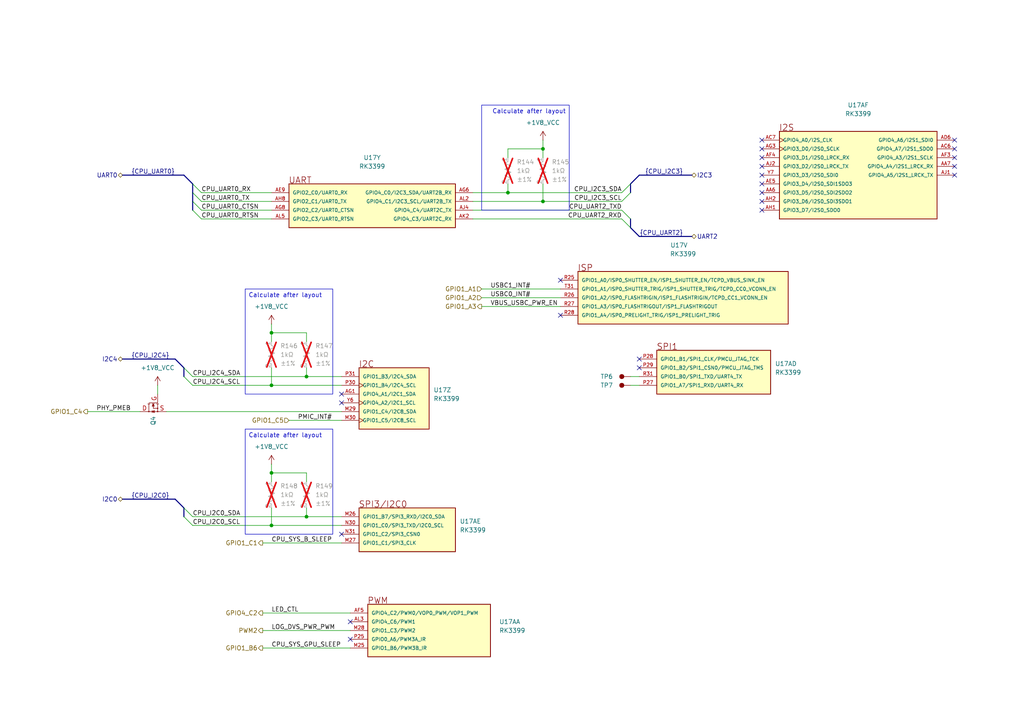
<source format=kicad_sch>
(kicad_sch (version 20250114) (generator "eeschema") (generator_version "9.0")
  (paper "A4")
  (title_block (title "CPU-RK3399 Protocols Controller") (date "2026-01-14") (rev "1.0.0") (company "TickLab") (comment 1 "VESA-SBC3399"))
  (lib_symbols
    (symbol "component_library:FETs/WNM2021-3/TR" (pin_names (hide yes))
      (property "Reference" "Q" (at 0 0 0))
      (symbol "FETs/WNM2021-3/TR_1_1"
        (pin passive line (at 0 -2.54 0) (length 2.54) (name "Gate") (number "G"))
        (pin passive line (at 5.08 2.54 270) (length 2.54) (name "Drain") (number "D"))
        (pin passive line (at 5.08 -5.08 90) (length 2.54) (name "Source") (number "S"))
      )
    )
    (symbol "component_library:Mechanical/Test_Point" (pin_numbers (hide yes)) (pin_names (hide yes))
      (property "Reference" "TP" (at 0 4.445 0))
      (symbol "Mechanical/Test_Point_1_1"
        (pin passive line (at 0 0 90) (length 2.54) (name "TP") (number "TP"))
      )
    )
    (symbol "component_library:Resistors/0402WGF1001TCE"
      (property "Reference" "R" (at 1.27 2.54 0))
      (property "Resistance" "1kΩ" (at 0 0 0))
      (property "Tolerance" "±1%" (at 0 0 0))
      (symbol "Resistors/0402WGF1001TCE_1_1"
        (pin passive line (at 0 0 0) (length 1.143) (name "") (number "1"))
        (pin passive line (at 7.62 0 180) (length 1.143) (name "") (number "2"))
      )
    )
    (symbol "component_library:System On Chip (SoC)/RK3399" (pin_names (offset 1.016))
      (property "Reference" "U" (at -22.86 119.38 0))
      (property "Value" "RK3399" (at -18.4683 -124.354 0))
      (symbol "System On Chip (SoC)/RK3399_1_0"
        (text "Internal Logic Ground and Digital IO Ground" (at -30.48 116.84 0) (effects (font (size 1.7823 1.7823)) (justify left bottom)))
        (pin power_in line (at -20.32 114.3 0) (length 5.08) (name "VSS_1") (number "A1"))
        (pin power_in line (at -20.32 111.76 0) (length 5.08) (name "VSS_2") (number "A27"))
        (pin power_in line (at -20.32 109.22 0) (length 5.08) (name "VSS_3") (number "A31"))
        (pin power_in line (at -20.32 106.68 0) (length 5.08) (name "VSS_4") (number "AA3"))
        (pin power_in line (at -20.32 104.14 0) (length 5.08) (name "VSS_5") (number "AA5"))
        (pin power_in line (at -20.32 101.6 0) (length 5.08) (name "VSS_6") (number "AA9"))
        (pin power_in line (at -20.32 99.06 0) (length 5.08) (name "VSS_7") (number "AF18"))
        (pin power_in line (at -20.32 96.52 0) (length 5.08) (name "VSS_8") (number "Y3"))
        (pin power_in line (at -20.32 93.98 0) (length 5.08) (name "VSS_9") (number "AB9"))
        (pin power_in line (at -20.32 91.44 0) (length 5.08) (name "VSS_10") (number "AF20"))
        (pin power_in line (at -20.32 88.9 0) (length 5.08) (name "VSS_11") (number "AD22"))
        (pin power_in line (at -20.32 86.36 0) (length 5.08) (name "VSS_12") (number "AC22"))
        (pin power_in line (at -20.32 83.82 0) (length 5.08) (name "VSS_13") (number "AC20"))
        (pin power_in line (at -20.32 81.28 0) (length 5.08) (name "VSS_14") (number "AE23"))
        (pin power_in line (at -20.32 78.74 0) (length 5.08) (name "VSS_15") (number "Y10"))
        (pin power_in line (at -20.32 76.2 0) (length 5.08) (name "VSS_16") (number "AC3"))
        (pin power_in line (at -20.32 73.66 0) (length 5.08) (name "VSS_17") (number "AD3"))
        (pin power_in line (at -20.32 71.12 0) (length 5.08) (name "VSS_18") (number "AD5"))
        (pin power_in line (at -20.32 68.58 0) (length 5.08) (name "VSS_19") (number "AD10"))
        (pin power_in line (at -20.32 66.04 0) (length 5.08) (name "VSS_20") (number "AF9"))
        (pin power_in line (at -20.32 63.5 0) (length 5.08) (name "VSS_21") (number "AG2"))
        (pin power_in line (at -20.32 60.96 0) (length 5.08) (name "VSS_22") (number "AJ5"))
        (pin power_in line (at -20.32 58.42 0) (length 5.08) (name "VSS_23") (number "AL1"))
        (pin power_in line (at -20.32 55.88 0) (length 5.08) (name "VSS_24") (number "B5"))
        (pin power_in line (at -20.32 53.34 0) (length 5.08) (name "VSS_25") (number "C8"))
        (pin power_in line (at -20.32 50.8 0) (length 5.08) (name "VSS_26") (number "C9"))
        (pin power_in line (at -20.32 48.26 0) (length 5.08) (name "VSS_27") (number "C11"))
        (pin power_in line (at -20.32 45.72 0) (length 5.08) (name "VSS_28") (number "C12"))
        (pin power_in line (at -20.32 43.18 0) (length 5.08) (name "VSS_29") (number "C14"))
        (pin power_in line (at -20.32 40.64 0) (length 5.08) (name "VSS_30") (number "C15"))
        (pin power_in line (at -20.32 38.1 0) (length 5.08) (name "VSS_31") (number "C17"))
        (pin power_in line (at -20.32 35.56 0) (length 5.08) (name "VSS_32") (number "C18"))
        (pin power_in line (at -20.32 33.02 0) (length 5.08) (name "VSS_33") (number "C20"))
        (pin power_in line (at -20.32 30.48 0) (length 5.08) (name "VSS_34") (number "C21"))
        (pin power_in line (at -20.32 27.94 0) (length 5.08) (name "VSS_35") (number "C23"))
        (pin power_in line (at -20.32 25.4 0) (length 5.08) (name "VSS_36") (number "C24"))
        (pin power_in line (at -20.32 22.86 0) (length 5.08) (name "VSS_37") (number "C26"))
        (pin power_in line (at -20.32 20.32 0) (length 5.08) (name "VSS_38") (number "D5"))
        (pin power_in line (at -20.32 17.78 0) (length 5.08) (name "VSS_39") (number "E2"))
        (pin power_in line (at -20.32 15.24 0) (length 5.08) (name "VSS_40") (number "E4"))
        (pin power_in line (at -20.32 12.7 0) (length 5.08) (name "VSS_41") (number "E7"))
        (pin power_in line (at -20.32 10.16 0) (length 5.08) (name "VSS_42") (number "E12"))
        (pin power_in line (at -20.32 7.62 0) (length 5.08) (name "VSS_43") (number "E15"))
        (pin power_in line (at -20.32 5.08 0) (length 5.08) (name "VSS_44") (number "E18"))
        (pin power_in line (at -20.32 2.54 0) (length 5.08) (name "VSS_45") (number "E21"))
        (pin power_in line (at -20.32 0 0) (length 5.08) (name "VSS_46") (number "E24"))
        (pin power_in line (at -20.32 -2.54 0) (length 5.08) (name "VSS_47") (number "E31"))
        (pin power_in line (at -20.32 -5.08 0) (length 5.08) (name "VSS_48") (number "F8"))
        (pin power_in line (at -20.32 -7.62 0) (length 5.08) (name "VSS_49") (number "F15"))
        (pin power_in line (at -20.32 -10.16 0) (length 5.08) (name "VSS_50") (number "F18"))
        (pin power_in line (at -20.32 -12.7 0) (length 5.08) (name "VSS_51") (number "F20"))
        (pin power_in line (at -20.32 -15.24 0) (length 5.08) (name "VSS_52") (number "F21"))
        (pin power_in line (at -20.32 -17.78 0) (length 5.08) (name "VSS_53") (number "G5"))
        (pin power_in line (at -20.32 -20.32 0) (length 5.08) (name "VSS_54") (number "G9"))
        (pin power_in line (at -20.32 -22.86 0) (length 5.08) (name "VSS_55") (number "G18"))
        (pin power_in line (at -20.32 -25.4 0) (length 5.08) (name "VSS_56") (number "G27"))
        (pin power_in line (at -20.32 -27.94 0) (length 5.08) (name "VSS_57") (number "H3"))
        (pin power_in line (at -20.32 -30.48 0) (length 5.08) (name "VSS_58") (number "H9"))
        (pin power_in line (at -20.32 -33.02 0) (length 5.08) (name "VSS_59") (number "H10"))
        (pin power_in line (at -20.32 -35.56 0) (length 5.08) (name "VSS_60") (number "H11"))
        (pin power_in line (at -20.32 -38.1 0) (length 5.08) (name "VSS_61") (number "H12"))
        (pin power_in line (at -20.32 -40.64 0) (length 5.08) (name "VSS_62") (number "H13"))
        (pin power_in line (at -20.32 -43.18 0) (length 5.08) (name "VSS_63") (number "H15"))
        (pin power_in line (at -20.32 -45.72 0) (length 5.08) (name "VSS_64") (number "H16"))
        (pin power_in line (at -20.32 -48.26 0) (length 5.08) (name "VSS_65") (number "H17"))
        (pin power_in line (at -20.32 -50.8 0) (length 5.08) (name "VSS_66") (number "H18"))
        (pin power_in line (at -20.32 -53.34 0) (length 5.08) (name "VSS_67") (number "H26"))
        (pin power_in line (at -20.32 -55.88 0) (length 5.08) (name "VSS_68") (number "J3"))
        (pin power_in line (at -20.32 -58.42 0) (length 5.08) (name "VSS_69") (number "J6"))
        (pin power_in line (at -20.32 -60.96 0) (length 5.08) (name "VSS_70") (number "J7"))
        (pin power_in line (at -20.32 -63.5 0) (length 5.08) (name "VSS_71") (number "J8"))
        (pin power_in line (at -20.32 -66.04 0) (length 5.08) (name "VSS_72") (number "J9"))
        (pin power_in line (at -20.32 -68.58 0) (length 5.08) (name "VSS_73") (number "J10"))
        (pin power_in line (at -20.32 -71.12 0) (length 5.08) (name "VSS_74") (number "K8"))
        (pin power_in line (at -20.32 -73.66 0) (length 5.08) (name "VSS_75") (number "K9"))
        (pin power_in line (at -20.32 -76.2 0) (length 5.08) (name "VSS_76") (number "K10"))
        (pin power_in line (at -20.32 -78.74 0) (length 5.08) (name "VSS_77") (number "K12"))
        (pin power_in line (at -20.32 -81.28 0) (length 5.08) (name "VSS_78") (number "K14"))
        (pin power_in line (at -20.32 -83.82 0) (length 5.08) (name "VSS_79") (number "K16"))
        (pin power_in line (at -20.32 -86.36 0) (length 5.08) (name "VSS_80") (number "K18"))
        (pin power_in line (at -20.32 -88.9 0) (length 5.08) (name "VSS_81") (number "W21"))
        (pin power_in line (at -20.32 -91.44 0) (length 5.08) (name "VSS_82") (number "K20"))
        (pin power_in line (at -20.32 -93.98 0) (length 5.08) (name "VSS_83") (number "N19"))
        (pin power_in line (at -20.32 -96.52 0) (length 5.08) (name "VSS_84") (number "K22"))
        (pin power_in line (at -20.32 -99.06 0) (length 5.08) (name "VSS_85") (number "L3"))
        (pin power_in line (at -20.32 -101.6 0) (length 5.08) (name "VSS_86") (number "L6"))
        (pin power_in line (at -20.32 -104.14 0) (length 5.08) (name "VSS_87") (number "L8"))
        (pin power_in line (at -20.32 -106.68 0) (length 5.08) (name "VSS_88") (number "L11"))
        (pin power_in line (at -20.32 -109.22 0) (length 5.08) (name "VSS_89") (number "L12"))
        (pin power_in line (at -20.32 -111.76 0) (length 5.08) (name "VSS_90") (number "L13"))
        (pin power_in line (at 20.32 114.3 180) (length 5.08) (name "VSS_91") (number "L14"))
        (pin power_in line (at 20.32 111.76 180) (length 5.08) (name "VSS_92") (number "L15"))
        (pin power_in line (at 20.32 109.22 180) (length 5.08) (name "VSS_93") (number "L16"))
        (pin power_in line (at 20.32 106.68 180) (length 5.08) (name "VSS_94") (number "N17"))
        (pin power_in line (at 20.32 104.14 180) (length 5.08) (name "VSS_95") (number "Y17"))
        (pin power_in line (at 20.32 101.6 180) (length 5.08) (name "VSS_96") (number "L20"))
        (pin power_in line (at 20.32 99.06 180) (length 5.08) (name "VSS_97") (number "L22"))
        (pin power_in line (at 20.32 96.52 180) (length 5.08) (name "VSS_98") (number "N21"))
        (pin power_in line (at 20.32 93.98 180) (length 5.08) (name "VSS_99") (number "L27"))
        (pin power_in line (at 20.32 91.44 180) (length 5.08) (name "VSS_100") (number "M3"))
        (pin power_in line (at 20.32 88.9 180) (length 5.08) (name "VSS_101") (number "M8"))
        (pin power_in line (at 20.32 86.36 180) (length 5.08) (name "VSS_102") (number "M10"))
        (pin power_in line (at 20.32 83.82 180) (length 5.08) (name "VSS_103") (number "M16"))
        (pin power_in line (at 20.32 81.28 180) (length 5.08) (name "VSS_104") (number "M23"))
        (pin power_in line (at 20.32 78.74 180) (length 5.08) (name "VSS_105") (number "N8"))
        (pin power_in line (at 20.32 76.2 180) (length 5.08) (name "VSS_106") (number "P11"))
        (pin power_in line (at 20.32 73.66 180) (length 5.08) (name "VSS_107") (number "P12"))
        (pin power_in line (at 20.32 71.12 180) (length 5.08) (name "VSS_108") (number "N13"))
        (pin power_in line (at 20.32 68.58 180) (length 5.08) (name "VSS_109") (number "N14"))
        (pin power_in line (at 20.32 66.04 180) (length 5.08) (name "VSS_110") (number "N15"))
        (pin power_in line (at 20.32 63.5 180) (length 5.08) (name "VSS_111") (number "N16"))
        (pin power_in line (at 20.32 60.96 180) (length 5.08) (name "VSS_112") (number "P3"))
        (pin power_in line (at 20.32 58.42 180) (length 5.08) (name "VSS_113") (number "P6"))
        (pin power_in line (at 20.32 55.88 180) (length 5.08) (name "VSS_114") (number "P7"))
        (pin power_in line (at 20.32 53.34 180) (length 5.08) (name "VSS_115") (number "P8"))
        (pin power_in line (at 20.32 50.8 180) (length 5.08) (name "VSS_116") (number "P10"))
        (pin power_in line (at 20.32 48.26 180) (length 5.08) (name "VSS_117") (number "P16"))
        (pin power_in line (at 20.32 45.72 180) (length 5.08) (name "VSS_118") (number "Y16"))
        (pin power_in line (at 20.32 43.18 180) (length 5.08) (name "VSS_119") (number "P19"))
        (pin power_in line (at 20.32 40.64 180) (length 5.08) (name "VSS_120") (number "R21"))
        (pin power_in line (at 20.32 38.1 180) (length 5.08) (name "VSS_121") (number "P21"))
        (pin power_in line (at 20.32 35.56 180) (length 5.08) (name "VSS_122") (number "T19"))
        (pin power_in line (at 20.32 33.02 180) (length 5.08) (name "VSS_123") (number "R3"))
        (pin power_in line (at 20.32 30.48 180) (length 5.08) (name "VSS_124") (number "R5"))
        (pin power_in line (at 20.32 27.94 180) (length 5.08) (name "VSS_125") (number "R6"))
        (pin power_in line (at 20.32 25.4 180) (length 5.08) (name "VSS_126") (number "U11"))
        (pin power_in line (at 20.32 22.86 180) (length 5.08) (name "VSS_127") (number "U12"))
        (pin power_in line (at 20.32 20.32 180) (length 5.08) (name "VSS_128") (number "W13"))
        (pin power_in line (at 20.32 17.78 180) (length 5.08) (name "VSS_129") (number "R14"))
        (pin power_in line (at 20.32 15.24 180) (length 5.08) (name "VSS_130") (number "R15"))
        (pin power_in line (at 20.32 12.7 180) (length 5.08) (name "VSS_131") (number "R16"))
        (pin power_in line (at 20.32 10.16 180) (length 5.08) (name "VSS_132") (number "AC21"))
        (pin power_in line (at 20.32 7.62 180) (length 5.08) (name "VSS_133") (number "R23"))
        (pin power_in line (at 20.32 5.08 180) (length 5.08) (name "VSS_134") (number "T8"))
        (pin power_in line (at 20.32 2.54 180) (length 5.08) (name "VSS_135") (number "T10"))
        (pin power_in line (at 20.32 0 180) (length 5.08) (name "VSS_136") (number "Y12"))
        (pin power_in line (at 20.32 -2.54 180) (length 5.08) (name "VSS_137") (number "U14"))
        (pin power_in line (at 20.32 -5.08 180) (length 5.08) (name "VSS_138") (number "T16"))
        (pin power_in line (at 20.32 -7.62 180) (length 5.08) (name "VSS_139") (number "T21"))
        (pin power_in line (at 20.32 -10.16 180) (length 5.08) (name "VSS_140") (number "AB19"))
        (pin power_in line (at 20.32 -12.7 180) (length 5.08) (name "VSS_141") (number "U3"))
        (pin power_in line (at 20.32 -15.24 180) (length 5.08) (name "VSS_142") (number "U8"))
        (pin power_in line (at 20.32 -17.78 180) (length 5.08) (name "VSS_143") (number "U15"))
        (pin power_in line (at 20.32 -20.32 180) (length 5.08) (name "VSS_144") (number "U16"))
        (pin power_in line (at 20.32 -22.86 180) (length 5.08) (name "VSS_145") (number "AC18"))
        (pin power_in line (at 20.32 -25.4 180) (length 5.08) (name "VSS_146") (number "U19"))
        (pin power_in line (at 20.32 -27.94 180) (length 5.08) (name "VSS_147") (number "U21"))
        (pin power_in line (at 20.32 -30.48 180) (length 5.08) (name "VSS_148") (number "V17"))
        (pin power_in line (at 20.32 -33.02 180) (length 5.08) (name "VSS_149") (number "U22"))
        (pin power_in line (at 20.32 -35.56 180) (length 5.08) (name "VSS_150") (number "U29"))
        (pin power_in line (at 20.32 -38.1 180) (length 5.08) (name "VSS_151") (number "V3"))
        (pin power_in line (at 20.32 -40.64 180) (length 5.08) (name "VSS_152") (number "V5"))
        (pin power_in line (at 20.32 -43.18 180) (length 5.08) (name "VSS_153") (number "V8"))
        (pin power_in line (at 20.32 -45.72 180) (length 5.08) (name "VSS_154") (number "V10"))
        (pin power_in line (at 20.32 -48.26 180) (length 5.08) (name "VSS_155") (number "Y11"))
        (pin power_in line (at 20.32 -50.8 180) (length 5.08) (name "VSS_156") (number "Y14"))
        (pin power_in line (at 20.32 -53.34 180) (length 5.08) (name "VSS_157") (number "Y15"))
        (pin power_in line (at 20.32 -55.88 180) (length 5.08) (name "VSS_158") (number "W22"))
        (pin power_in line (at 20.32 -58.42 180) (length 5.08) (name "VSS_159") (number "W17"))
        (pin power_in line (at 20.32 -60.96 180) (length 5.08) (name "VSS_160") (number "W30"))
        (pin power_in line (at 20.32 -63.5 180) (length 5.08) (name "VSS_161") (number "W8"))
        (pin power_in line (at 20.32 -66.04 180) (length 5.08) (name "VSS_162") (number "W9"))
        (pin power_in line (at 20.32 -68.58 180) (length 5.08) (name "VSS_163") (number "AD21"))
        (pin power_in line (at 20.32 -71.12 180) (length 5.08) (name "VSS_164") (number "Y13"))
        (pin power_in line (at 20.32 -73.66 180) (length 5.08) (name "VSS_165") (number "R18"))
        (pin power_in line (at 20.32 -76.2 180) (length 5.08) (name "VSS_166") (number "Y9"))
        (pin power_in line (at 20.32 -78.74 180) (length 5.08) (name "VSS_167") (number "W19"))
        (pin power_in line (at 20.32 -81.28 180) (length 5.08) (name "VSS_168") (number "T18"))
        (pin power_in line (at 20.32 -83.82 180) (length 5.08) (name "VSS_169") (number "W18"))
        (pin power_in line (at 20.32 -86.36 180) (length 5.08) (name "VSS_170") (number "Y20"))
        (pin power_in line (at 20.32 -88.9 180) (length 5.08) (name "VSS_171") (number "AJ28"))
        (pin power_in line (at 20.32 -91.44 180) (length 5.08) (name "VSS_172") (number "AJ21"))
        (pin power_in line (at 20.32 -93.98 180) (length 5.08) (name "VSS_173") (number "AJ23"))
        (pin power_in line (at 20.32 -96.52 180) (length 5.08) (name "VSS_174") (number "AJ24"))
        (pin power_in line (at 20.32 -99.06 180) (length 5.08) (name "VSS_175") (number "AJ26"))
        (pin power_in line (at 20.32 -101.6 180) (length 5.08) (name "VSS_176") (number "AJ27"))
        (pin power_in line (at 20.32 -104.14 180) (length 5.08) (name "VSS_177") (number "AA13"))
        (pin power_in line (at 20.32 -106.68 180) (length 5.08) (name "VSS_178") (number "AL31"))
        (pin power_in line (at 20.32 -109.22 180) (length 5.08) (name "VSS_179") (number "AA10"))
        (pin power_in line (at 20.32 -111.76 180) (length 5.08) (name "VSS_180") (number "AJ20"))
      )
      (symbol "System On Chip (SoC)/RK3399_2_0"
        (text "Analog Ground" (at -15.3236 48.4013 0) (effects (font (size 1.784 1.784)) (justify left bottom)))
        (pin power_in line (at -20.32 43.18 0) (length 5.08) (name "AVSS_1") (number "Y23"))
        (pin power_in line (at -20.32 40.64 0) (length 5.08) (name "AVSS_2") (number "AF23"))
        (pin power_in line (at -20.32 38.1 0) (length 5.08) (name "AVSS_3") (number "AF24"))
        (pin power_in line (at -20.32 35.56 0) (length 5.08) (name "AVSS_4") (number "AA23"))
        (pin power_in line (at -20.32 33.02 0) (length 5.08) (name "AVSS_5") (number "AB23"))
        (pin power_in line (at -20.32 30.48 0) (length 5.08) (name "AVSS_6") (number "AA26"))
        (pin power_in line (at -20.32 27.94 0) (length 5.08) (name "AVSS_7") (number "AA29"))
        (pin power_in line (at -20.32 25.4 0) (length 5.08) (name "AVSS_8") (number "AB11"))
        (pin power_in line (at -20.32 22.86 0) (length 5.08) (name "AVSS_9") (number "AB13"))
        (pin power_in line (at -20.32 20.32 0) (length 5.08) (name "AVSS_10") (number "AC15"))
        (pin power_in line (at -20.32 17.78 0) (length 5.08) (name "AVSS_11") (number "AD13"))
        (pin power_in line (at -20.32 15.24 0) (length 5.08) (name "AVSS_12") (number "AB10"))
        (pin power_in line (at -20.32 12.7 0) (length 5.08) (name "AVSS_13") (number "AA11"))
        (pin power_in line (at -20.32 10.16 0) (length 5.08) (name "AVSS_14") (number "AC26"))
        (pin power_in line (at -20.32 7.62 0) (length 5.08) (name "AVSS_15") (number "AC29"))
        (pin power_in line (at -20.32 5.08 0) (length 5.08) (name "AVSS_16") (number "AD17"))
        (pin power_in line (at -20.32 2.54 0) (length 5.08) (name "AVSS_17") (number "AA12"))
        (pin power_in line (at -20.32 0 0) (length 5.08) (name "AVSS_18") (number "AC16"))
        (pin power_in line (at -20.32 -2.54 0) (length 5.08) (name "AVSS_19") (number "AC23"))
        (pin power_in line (at -20.32 -5.08 0) (length 5.08) (name "AVSS_20") (number "AD29"))
        (pin power_in line (at -20.32 -7.62 0) (length 5.08) (name "AVSS_21") (number "AE11"))
        (pin power_in line (at -20.32 -10.16 0) (length 5.08) (name "AVSS_22") (number "AE12"))
        (pin power_in line (at -20.32 -12.7 0) (length 5.08) (name "AVSS_23") (number "AE14"))
        (pin power_in line (at -20.32 -15.24 0) (length 5.08) (name "AVSS_24") (number "AE17"))
        (pin power_in line (at -20.32 -17.78 0) (length 5.08) (name "AVSS_25") (number "AE27"))
        (pin power_in line (at -20.32 -20.32 0) (length 5.08) (name "AVSS_26") (number "AA14"))
        (pin power_in line (at -20.32 -22.86 0) (length 5.08) (name "AVSS_27") (number "AF17"))
        (pin power_in line (at -20.32 -25.4 0) (length 5.08) (name "AVSS_28") (number "AF29"))
        (pin power_in line (at -20.32 -27.94 0) (length 5.08) (name "AVSS_29") (number "AG29"))
        (pin power_in line (at -20.32 -30.48 0) (length 5.08) (name "AVSS_30") (number "AH29"))
        (pin power_in line (at -20.32 -33.02 0) (length 5.08) (name "AVSS_31") (number "AJ6"))
        (pin power_in line (at -20.32 -35.56 0) (length 5.08) (name "AVSS_32") (number "AJ8"))
        (pin power_in line (at -20.32 -38.1 0) (length 5.08) (name "AVSS_33") (number "AJ9"))
        (pin power_in line (at -20.32 -40.64 0) (length 5.08) (name "AVSS_34") (number "AJ11"))
        (pin power_in line (at -20.32 -43.18 0) (length 5.08) (name "AVSS_35") (number "AJ12"))
        (pin power_in line (at 20.32 43.18 180) (length 5.08) (name "AVSS_36") (number "AJ14"))
        (pin power_in line (at 20.32 40.64 180) (length 5.08) (name "AVSS_37") (number "AJ15"))
        (pin power_in line (at 20.32 38.1 180) (length 5.08) (name "AVSS_38") (number "AJ17"))
        (pin power_in line (at 20.32 35.56 180) (length 5.08) (name "AVSS_39") (number "AJ18"))
        (pin power_in line (at 20.32 33.02 180) (length 5.08) (name "AVSS_40") (number "AD26"))
        (pin power_in line (at 20.32 30.48 180) (length 5.08) (name "AVSS_41") (number "AB16"))
        (pin power_in line (at 20.32 27.94 180) (length 5.08) (name "AVSS_42") (number "AB15"))
        (pin power_in line (at 20.32 25.4 180) (length 5.08) (name "AVSS_43") (number "AC17"))
        (pin power_in line (at 20.32 22.86 180) (length 5.08) (name "AVSS_44") (number "AC11"))
        (pin power_in line (at 20.32 20.32 180) (length 5.08) (name "AVSS_45") (number "AC13"))
        (pin power_in line (at 20.32 17.78 180) (length 5.08) (name "AVSS_46") (number "W23"))
        (pin power_in line (at 20.32 15.24 180) (length 5.08) (name "AVSS_47") (number "AJ29"))
        (pin power_in line (at 20.32 12.7 180) (length 5.08) (name "AVSS_48") (number "Y29"))
        (pin power_in line (at 20.32 10.16 180) (length 5.08) (name "AVSS_49") (number "U23"))
        (pin power_in line (at 20.32 7.62 180) (length 5.08) (name "AVSS_50") (number "V23"))
        (pin power_in line (at 20.32 5.08 180) (length 5.08) (name "AVSS_51") (number "AC25"))
        (pin power_in line (at 20.32 2.54 180) (length 5.08) (name "AVSS_52") (number "AB17"))
        (pin power_in line (at 20.32 0 180) (length 5.08) (name "AVSS_53") (number "AA15"))
        (pin power_in line (at 20.32 -7.62 180) (length 5.08) (name "EDP_AVSS_1") (number "B31"))
        (pin power_in line (at 20.32 -10.16 180) (length 5.08) (name "EDP_AVSS_2") (number "C28"))
        (pin power_in line (at 20.32 -12.7 180) (length 5.08) (name "EDP_AVSS_3") (number "C29"))
        (pin power_in line (at 20.32 -15.24 180) (length 5.08) (name "EDP_AVSS_4") (number "D29"))
        (pin power_in line (at 20.32 -17.78 180) (length 5.08) (name "EDP_AVSS_5") (number "H19"))
        (pin power_in line (at 20.32 -20.32 180) (length 5.08) (name "EDP_AVSS_6") (number "J21"))
        (pin power_in line (at 20.32 -30.48 180) (length 5.08) (name "PLL_AVSS") (number "P17"))
      )
      (symbol "System On Chip (SoC)/RK3399_3_0"
        (text "Internal Center Logic Power" (at -17.78 7.62 0) (effects (font (size 1.7808 1.7808)) (justify left bottom)))
        (pin power_in line (at -25.4 5.08 0) (length 5.08) (name "CENTERLOGIC_VDD_1") (number "M11"))
        (pin power_in line (at -25.4 2.54 0) (length 5.08) (name "CENTERLOGIC_VDD_2") (number "M12"))
        (pin power_in line (at -25.4 0 0) (length 5.08) (name "CENTERLOGIC_VDD_3") (number "M13"))
        (pin power_in line (at -25.4 -2.54 0) (length 5.08) (name "CENTERLOGIC_VDD_4") (number "M14"))
        (pin power_in line (at -25.4 -5.08 0) (length 5.08) (name "CENTERLOGIC_VDD_5") (number "M15"))
        (pin power_in line (at 25.4 5.08 180) (length 5.08) (name "CENTERLOGIC_VDD_6") (number "N11"))
        (pin power_in line (at 25.4 2.54 180) (length 5.08) (name "CENTERLOGIC_VDD_7") (number "N12"))
        (pin power_in line (at 25.4 0 180) (length 5.08) (name "CENTERLOGIC_VDD_8") (number "P13"))
        (pin power_in line (at 25.4 -2.54 180) (length 5.08) (name "CENTERLOGIC_VDD_9") (number "P14"))
        (pin power_in line (at 25.4 -5.08 180) (length 5.08) (name "CENTERLOGIC_VDD_10") (number "P15"))
      )
      (symbol "System On Chip (SoC)/RK3399_4_0"
        (text "Internal GPU Power" (at -15.3324 15.3417 0) (effects (font (size 1.7843 1.7843)) (justify left bottom)))
        (pin power_in line (at -20.32 12.7 0) (length 5.08) (name "GPU_VDD_1") (number "W11"))
        (pin power_in line (at -20.32 10.16 0) (length 5.08) (name "GPU_VDD_2") (number "W12"))
        (pin power_in line (at -20.32 7.62 0) (length 5.08) (name "GPU_VDD_3") (number "W14"))
        (pin power_in line (at -20.32 5.08 0) (length 5.08) (name "GPU_VDD_4") (number "V15"))
        (pin power_in line (at -20.32 2.54 0) (length 5.08) (name "GPU_VDD_5") (number "V14"))
        (pin power_in line (at -20.32 0 0) (length 5.08) (name "GPU_VDD_6") (number "V13"))
        (pin power_in line (at -20.32 -2.54 0) (length 5.08) (name "GPU_VDD_7") (number "U13"))
        (pin power_in line (at -20.32 -5.08 0) (length 5.08) (name "GPU_VDD_8") (number "R11"))
        (pin power_in line (at -20.32 -7.62 0) (length 5.08) (name "GPU_VDD_9") (number "R12"))
        (pin power_in line (at -20.32 -10.16 0) (length 5.08) (name "GPU_VDD_10") (number "T11"))
        (pin power_in line (at 20.32 12.7 180) (length 5.08) (name "GPU_VDD_11") (number "T12"))
        (pin power_in line (at 20.32 10.16 180) (length 5.08) (name "GPU_VDD_12") (number "T13"))
        (pin power_in line (at 20.32 7.62 180) (length 5.08) (name "GPU_VDD_13") (number "R13"))
        (pin power_in line (at 20.32 5.08 180) (length 5.08) (name "GPU_VDD_14") (number "T14"))
        (pin power_in line (at 20.32 2.54 180) (length 5.08) (name "GPU_VDD_15") (number "V11"))
        (pin power_in line (at 20.32 0 180) (length 5.08) (name "GPU_VDD_16") (number "V12"))
        (pin power_in line (at 20.32 -2.54 180) (length 5.08) (name "GPU_VDD_17") (number "V16"))
        (pin power_in line (at 20.32 -5.08 180) (length 5.08) (name "GPU_VDD_18") (number "W16"))
        (pin power_in line (at 20.32 -7.62 180) (length 5.08) (name "GPU_VDD_19") (number "W15"))
        (pin power_in line (at 20.32 -10.16 180) (length 5.08) (name "GPU_VDD_20") (number "W10"))
        (pin power_out line (at 20.32 -12.7 180) (length 5.08) (name "GPU_VDD_COM") (number "T15"))
      )
      (symbol "System On Chip (SoC)/RK3399_5_0"
        (text "Internal BIG CPU A72 Power" (at -17.78 10.16 0) (effects (font (size 1.7837 1.7837)) (justify left bottom)))
        (pin power_in line (at -20.32 7.62 0) (length 5.08) (name "BIGCPU_VDD_1") (number "L19"))
        (pin power_in line (at -20.32 5.08 0) (length 5.08) (name "BIGCPU_VDD_2") (number "L21"))
        (pin power_in line (at -20.32 2.54 0) (length 5.08) (name "BIGCPU_VDD_3") (number "M18"))
        (pin power_in line (at -20.32 0 0) (length 5.08) (name "BIGCPU_VDD_4") (number "M19"))
        (pin power_in line (at -20.32 -2.54 0) (length 5.08) (name "BIGCPU_VDD_5") (number "M20"))
        (pin power_in line (at -20.32 -5.08 0) (length 5.08) (name "BIGCPU_VDD_6") (number "M21"))
        (pin power_in line (at -20.32 -7.62 0) (length 5.08) (name "BIGCPU_VDD_7") (number "M22"))
        (pin power_in line (at 20.32 7.62 180) (length 5.08) (name "BIGCPU_VDD_8") (number "L18"))
        (pin power_in line (at 20.32 5.08 180) (length 5.08) (name "BIGCPU_VDD_9") (number "N22"))
        (pin power_in line (at 20.32 2.54 180) (length 5.08) (name "BIGCPU_VDD_10") (number "N20"))
        (pin power_in line (at 20.32 0 180) (length 5.08) (name "BIGCPU_VDD_11") (number "L23"))
        (pin power_in line (at 20.32 -2.54 180) (length 5.08) (name "BIGCPU_VDD_12") (number "K19"))
        (pin power_in line (at 20.32 -5.08 180) (length 5.08) (name "BIGCPU_VDD_13") (number "K21"))
        (pin power_out line (at 20.32 -7.62 180) (length 5.08) (name "BIGCPU_VDD_COM") (number "N18"))
      )
      (symbol "System On Chip (SoC)/RK3399_6_0"
        (text "Internal Logic Power" (at -15.24 10.16 0) (effects (font (size 1.7838 1.7838)) (justify left bottom)))
        (pin power_in line (at -20.32 7.62 0) (length 5.08) (name "LOGIC_VDD_1") (number "V22"))
        (pin power_in line (at -20.32 5.08 0) (length 5.08) (name "LOGIC_VDD_2") (number "V21"))
        (pin power_in line (at -20.32 2.54 0) (length 5.08) (name "LOGIC_VDD_3") (number "V20"))
        (pin power_in line (at -20.32 0 0) (length 5.08) (name "LOGIC_VDD_4") (number "V19"))
        (pin power_in line (at -20.32 -2.54 0) (length 5.08) (name "LOGIC_VDD_5") (number "V18"))
        (pin power_in line (at -20.32 -5.08 0) (length 5.08) (name "LOGIC_VDD_6") (number "W20"))
        (pin power_in line (at 20.32 7.62 180) (length 5.08) (name "LOGIC_VDD_7") (number "U18"))
        (pin power_in line (at 20.32 5.08 180) (length 5.08) (name "LOGIC_VDD_8") (number "U17"))
        (pin power_in line (at 20.32 2.54 180) (length 5.08) (name "LOGIC_VDD_9") (number "M17"))
        (pin power_in line (at 20.32 0 180) (length 5.08) (name "LOGIC_VDD_10") (number "L17"))
        (pin power_in line (at 20.32 -2.54 180) (length 5.08) (name "LOGIC_VDD_11") (number "T17"))
        (pin power_in line (at 20.32 -5.08 180) (length 5.08) (name "LOGIC_VDD_12") (number "U20"))
      )
      (symbol "System On Chip (SoC)/RK3399_7_0"
        (text "Internal LITTLE CPU A53 Power" (at -20.4095 5.1351 0) (effects (font (size 1.7835 1.7835)) (justify left bottom)))
        (pin power_in line (at -20.32 2.54 0) (length 5.08) (name "LITCPU_VDD_1") (number "P20"))
        (pin power_in line (at -20.32 0 0) (length 5.08) (name "LITCPU_VDD_2") (number "R19"))
        (pin power_in line (at -20.32 -2.54 0) (length 5.08) (name "LITCPU_VDD_3") (number "R20"))
        (pin power_in line (at -20.32 -5.08 0) (length 5.08) (name "LITCPU_VDD_4") (number "P22"))
        (pin power_in line (at 20.32 2.54 180) (length 5.08) (name "LITCPU_VDD_5") (number "T22"))
        (pin power_in line (at 20.32 0 180) (length 5.08) (name "LITCPU_VDD_6") (number "T20"))
        (pin power_in line (at 20.32 -2.54 180) (length 5.08) (name "LITCPU_VDD_7") (number "R22"))
      )
      (symbol "System On Chip (SoC)/RK3399_8_0"
        (text "PCIe differential data I/O signals" (at -20.4082 22.9382 0) (effects (font (size 1.7834 1.7834)) (justify left bottom)))
        (pin input line (at -25.4 20.32 0) (length 5.08) (name "PCIE_RX0_P") (number "AF30"))
        (pin input line (at -25.4 17.78 0) (length 5.08) (name "PCIE_RX0_N") (number "AF31"))
        (pin input line (at -25.4 12.7 0) (length 5.08) (name "PCIE_RX1_P") (number "AH30"))
        (pin input line (at -25.4 10.16 0) (length 5.08) (name "PCIE_RX1_N") (number "AH31"))
        (pin input line (at -25.4 5.08 0) (length 5.08) (name "PCIE_RX2_P") (number "AC27"))
        (pin input line (at -25.4 2.54 0) (length 5.08) (name "PCIE_RX2_N") (number "AC28"))
        (pin input line (at -25.4 -2.54 0) (length 5.08) (name "PCIE_RX3_P") (number "AF27"))
        (pin input line (at -25.4 -5.08 0) (length 5.08) (name "PCIE_RX3_N") (number "AF28"))
        (pin input clock (at -25.4 -10.16 0) (length 5.08) (name "GPIO4_D0/PCIE_CLKREQNB") (number "AE6"))
        (pin output line (at 25.4 20.32 180) (length 5.08) (name "PCIE_TX0_P") (number "AE30"))
        (pin output line (at 25.4 17.78 180) (length 5.08) (name "PCIE_TX0_N") (number "AE31"))
        (pin output line (at 25.4 12.7 180) (length 5.08) (name "PCIE_TX1_P") (number "AG30"))
        (pin output line (at 25.4 10.16 180) (length 5.08) (name "PCIE_TX1_N") (number "AG31"))
        (pin output line (at 25.4 5.08 180) (length 5.08) (name "PCIE_TX2_P") (number "AA27"))
        (pin output line (at 25.4 2.54 180) (length 5.08) (name "PCIE_TX2_N") (number "AA28"))
        (pin output line (at 25.4 -2.54 180) (length 5.08) (name "PCIE_TX3_P") (number "AD27"))
        (pin output line (at 25.4 -5.08 180) (length 5.08) (name "PCIE_TX3_N") (number "AD28"))
        (pin output line (at 25.4 -10.16 180) (length 5.08) (name "PCIE_RCLK_100M_P") (number "AD31"))
        (pin output line (at 25.4 -12.7 180) (length 5.08) (name "PCIE_RCLK_100M_N") (number "AD30"))
        (pin power_in line (at 25.4 -17.78 180) (length 5.08) (name "PCIE_AVDD_0V9") (number "W24"))
        (pin power_in line (at 25.4 -20.32 180) (length 5.08) (name "PCIE_AVDD_1V8") (number "Y24"))
      )
      (symbol "System On Chip (SoC)/RK3399_9_0"
        (text "DDRC0" (at -20.4006 73.8062 0) (effects (font (size 1.7827 1.7827)) (justify left bottom)))
        (pin bidirectional line (at -25.4 71.12 0) (length 5.08) (name "DDR0_DQ0") (number "AB2"))
        (pin bidirectional line (at -25.4 68.58 0) (length 5.08) (name "DDR0_DQ1") (number "AB1"))
        (pin bidirectional line (at -25.4 66.04 0) (length 5.08) (name "DDR0_DQ2") (number "AA2"))
        (pin bidirectional line (at -25.4 63.5 0) (length 5.08) (name "DDR0_DQ3") (number "AA1"))
        (pin bidirectional line (at -25.4 60.96 0) (length 5.08) (name "DDR0_DQ4") (number "Y2"))
        (pin bidirectional line (at -25.4 58.42 0) (length 5.08) (name "DDR0_DQ5") (number "Y1"))
        (pin bidirectional line (at -25.4 55.88 0) (length 5.08) (name "DDR0_DQ6") (number "W1"))
        (pin bidirectional line (at -25.4 53.34 0) (length 5.08) (name "DDR0_DQ7") (number "W2"))
        (pin bidirectional line (at -25.4 50.8 0) (length 5.08) (name "DDR0_DQ8") (number "AF2"))
        (pin bidirectional line (at -25.4 48.26 0) (length 5.08) (name "DDR0_DQ9") (number "AE2"))
        (pin bidirectional line (at -25.4 45.72 0) (length 5.08) (name "DDR0_DQ10") (number "AF1"))
        (pin bidirectional line (at -25.4 43.18 0) (length 5.08) (name "DDR0_DQ11") (number "AD2"))
        (pin bidirectional line (at -25.4 40.64 0) (length 5.08) (name "DDR0_DQ12") (number "AE1"))
        (pin bidirectional line (at -25.4 38.1 0) (length 5.08) (name "DDR0_DQ13") (number "AD1"))
        (pin bidirectional line (at -25.4 35.56 0) (length 5.08) (name "DDR0_DQ14") (number "AC1"))
        (pin bidirectional line (at -25.4 33.02 0) (length 5.08) (name "DDR0_DQ15") (number "AC2"))
        (pin bidirectional line (at -25.4 30.48 0) (length 5.08) (name "DDR0_DQ16") (number "V1"))
        (pin bidirectional line (at -25.4 27.94 0) (length 5.08) (name "DDR0_DQ17") (number "V2"))
        (pin bidirectional line (at -25.4 25.4 0) (length 5.08) (name "DDR0_DQ18") (number "U1"))
        (pin bidirectional line (at -25.4 22.86 0) (length 5.08) (name "DDR0_DQ19") (number "U2"))
        (pin bidirectional line (at -25.4 20.32 0) (length 5.08) (name "DDR0_DQ20") (number "T1"))
        (pin bidirectional line (at -25.4 17.78 0) (length 5.08) (name "DDR0_DQ21") (number "T2"))
        (pin bidirectional line (at -25.4 15.24 0) (length 5.08) (name "DDR0_DQ22") (number "R2"))
        (pin bidirectional line (at -25.4 12.7 0) (length 5.08) (name "DDR0_DQ23") (number "R1"))
        (pin bidirectional line (at -25.4 10.16 0) (length 5.08) (name "DDR0_DQ24") (number "P1"))
        (pin bidirectional line (at -25.4 7.62 0) (length 5.08) (name "DDR0_DQ25") (number "P2"))
        (pin bidirectional line (at -25.4 5.08 0) (length 5.08) (name "DDR0_DQ26") (number "N1"))
        (pin bidirectional line (at -25.4 2.54 0) (length 5.08) (name "DDR0_DQ27") (number "M1"))
        (pin bidirectional line (at -25.4 0 0) (length 5.08) (name "DDR0_DQ28") (number "N2"))
        (pin bidirectional line (at -25.4 -2.54 0) (length 5.08) (name "DDR0_DQ29") (number "L1"))
        (pin bidirectional line (at -25.4 -5.08 0) (length 5.08) (name "DDR0_DQ30") (number "M2"))
        (pin bidirectional line (at -25.4 -7.62 0) (length 5.08) (name "DDR0_DQ31") (number "L2"))
        (pin bidirectional line (at -25.4 -15.24 0) (length 5.08) (name "DDR0_DQS0P") (number "Y4"))
        (pin bidirectional line (at -25.4 -17.78 0) (length 5.08) (name "DDR0_DQS0N") (number "AA4"))
        (pin bidirectional line (at -25.4 -20.32 0) (length 5.08) (name "DDR0_DQS1P") (number "AC4"))
        (pin bidirectional line (at -25.4 -22.86 0) (length 5.08) (name "DDR0_DQS1N") (number "AD4"))
        (pin bidirectional line (at -25.4 -25.4 0) (length 5.08) (name "DDR0_DQS2P") (number "U4"))
        (pin bidirectional line (at -25.4 -27.94 0) (length 5.08) (name "DDR0_DQS2N") (number "V4"))
        (pin bidirectional line (at -25.4 -30.48 0) (length 5.08) (name "DDR0_DQS3P") (number "P4"))
        (pin bidirectional line (at -25.4 -33.02 0) (length 5.08) (name "DDR0_DQS3N") (number "R4"))
        (pin bidirectional line (at -25.4 -38.1 0) (length 5.08) (name "DDR0_PZQ") (number "R7"))
        (pin power_in line (at -25.4 -58.42 0) (length 5.08) (name "DDR0PLL_AVDD_0V9") (number "R8"))
        (pin power_in line (at -25.4 -60.96 0) (length 5.08) (name "DDR0_CLK_VDD") (number "M7"))
        (pin power_in line (at -25.4 -63.5 0) (length 5.08) (name "DDR0_VDD_1") (number "L9"))
        (pin power_in line (at -25.4 -66.04 0) (length 5.08) (name "DDR0_VDD_2") (number "L10"))
        (pin power_in line (at -25.4 -68.58 0) (length 5.08) (name "DDR0_VDD_3") (number "M9"))
        (pin power_in line (at -25.4 -71.12 0) (length 5.08) (name "DDR0_VDD_4") (number "N9"))
        (pin power_in line (at -25.4 -73.66 0) (length 5.08) (name "DDR0_VDD_5") (number "N10"))
        (pin power_in line (at -25.4 -76.2 0) (length 5.08) (name "DDR0_VDD_6") (number "P9"))
        (pin power_in line (at -25.4 -78.74 0) (length 5.08) (name "DDR0_VDD_7") (number "R9"))
        (pin output line (at 25.4 71.12 180) (length 5.08) (name "DDR0_CLK0P") (number "H4"))
        (pin output line (at 25.4 68.58 180) (length 5.08) (name "DDR0_CLK0N") (number "J4"))
        (pin output line (at 25.4 66.04 180) (length 5.08) (name "DDR0_CLK1P") (number "H5"))
        (pin output line (at 25.4 63.5 180) (length 5.08) (name "DDR0_CLK1N") (number "J5"))
        (pin output line (at 25.4 58.42 180) (length 5.08) (name "DDR0_RESETN") (number "L7"))
        (pin output line (at 25.4 55.88 180) (length 5.08) (name "DDR0_RASN") (number "F3"))
        (pin output line (at 25.4 53.34 180) (length 5.08) (name "DDR0_CASN") (number "H6"))
        (pin output line (at 25.4 45.72 180) (length 5.08) (name "DDR0_DM0") (number "Y5"))
        (pin output line (at 25.4 43.18 180) (length 5.08) (name "DDR0_DM1") (number "AC5"))
        (pin output line (at 25.4 40.64 180) (length 5.08) (name "DDR0_DM2") (number "U5"))
        (pin output line (at 25.4 38.1 180) (length 5.08) (name "DDR0_DM3") (number "P5"))
        (pin output line (at 25.4 33.02 180) (length 5.08) (name "DDR0_CSN0") (number "M6"))
        (pin output line (at 25.4 30.48 180) (length 5.08) (name "DDR0_CSN1") (number "B1"))
        (pin output line (at 25.4 27.94 180) (length 5.08) (name "DDR0_CSN2") (number "M5"))
        (pin output line (at 25.4 25.4 180) (length 5.08) (name "DDR0_CSN3") (number "C2"))
        (pin output line (at 25.4 22.86 180) (length 5.08) (name "DDR0_A0") (number "F2"))
        (pin output line (at 25.4 20.32 180) (length 5.08) (name "DDR0_A1") (number "F1"))
        (pin output line (at 25.4 17.78 180) (length 5.08) (name "DDR0_A2") (number "G1"))
        (pin output line (at 25.4 15.24 180) (length 5.08) (name "DDR0_A3") (number "G2"))
        (pin output line (at 25.4 12.7 180) (length 5.08) (name "DDR0_A4") (number "H2"))
        (pin output line (at 25.4 10.16 180) (length 5.08) (name "DDR0_A5") (number "H1"))
        (pin output line (at 25.4 7.62 180) (length 5.08) (name "DDR0_A6") (number "J1"))
        (pin output line (at 25.4 5.08 180) (length 5.08) (name "DDR0_A7") (number "J2"))
        (pin output line (at 25.4 2.54 180) (length 5.08) (name "DDR0_A8") (number "K2"))
        (pin output line (at 25.4 0 180) (length 5.08) (name "DDR0_A9") (number "K1"))
        (pin output line (at 25.4 -2.54 180) (length 5.08) (name "DDR0_A10") (number "D1"))
        (pin output line (at 25.4 -5.08 180) (length 5.08) (name "DDR0_A11") (number "E3"))
        (pin output line (at 25.4 -7.62 180) (length 5.08) (name "DDR0_A12") (number "C1"))
        (pin output line (at 25.4 -10.16 180) (length 5.08) (name "DDR0_A13") (number "D2"))
        (pin output line (at 25.4 -12.7 180) (length 5.08) (name "DDR0_A14") (number "D3"))
        (pin output line (at 25.4 -15.24 180) (length 5.08) (name "DDR0_A15") (number "H7"))
        (pin output line (at 25.4 -20.32 180) (length 5.08) (name "DDR0_ATB0") (number "U6"))
        (pin output line (at 25.4 -22.86 180) (length 5.08) (name "DDR0_ATB1") (number "U7"))
        (pin output line (at 25.4 -27.94 180) (length 5.08) (name "DDR0_BA0") (number "C3"))
        (pin output line (at 25.4 -30.48 180) (length 5.08) (name "DDR0_BA1") (number "F4"))
        (pin output line (at 25.4 -33.02 180) (length 5.08) (name "DDR0_BA2") (number "M4"))
        (pin output line (at 25.4 -38.1 180) (length 5.08) (name "DDR0_ODT0") (number "L4"))
        (pin output line (at 25.4 -40.64 180) (length 5.08) (name "DDR0_ODT1") (number "L5"))
        (pin output line (at 25.4 -45.72 180) (length 5.08) (name "DDR0_PLL_TESTOUT_P") (number "V6"))
        (pin output line (at 25.4 -48.26 180) (length 5.08) (name "DDR0_PLL_TESTOUT_N") (number "V7"))
        (pin output line (at 25.4 -53.34 180) (length 5.08) (name "DDR0_WEN") (number "G6"))
        (pin output line (at 25.4 -60.96 180) (length 5.08) (name "DDR0_CKE0") (number "E1"))
        (pin output line (at 25.4 -63.5 180) (length 5.08) (name "DDR0_CKE1") (number "F5"))
        (pin power_in line (at 25.4 -68.58 180) (length 5.08) (name "DDR0_VDD_8") (number "R10"))
        (pin power_in line (at 25.4 -71.12 180) (length 5.08) (name "DDR0_VDD_9") (number "T9"))
        (pin power_in line (at 25.4 -73.66 180) (length 5.08) (name "DDR0_VDD_10") (number "U9"))
        (pin power_in line (at 25.4 -76.2 180) (length 5.08) (name "DDR0_VDD_11") (number "U10"))
        (pin power_in line (at 25.4 -78.74 180) (length 5.08) (name "DDR0_VDD_12") (number "V9"))
      )
      (symbol "System On Chip (SoC)/RK3399_10_0"
        (text "DDRC1" (at -20.4001 73.8044 0) (effects (font (size 1.7827 1.7827)) (justify left bottom)))
        (pin bidirectional line (at -25.4 71.12 0) (length 5.08) (name "DDR1_DQ0") (number "B15"))
        (pin bidirectional line (at -25.4 68.58 0) (length 5.08) (name "DDR1_DQ1") (number "A15"))
        (pin bidirectional line (at -25.4 66.04 0) (length 5.08) (name "DDR1_DQ2") (number "B16"))
        (pin bidirectional line (at -25.4 63.5 0) (length 5.08) (name "DDR1_DQ3") (number "A16"))
        (pin bidirectional line (at -25.4 60.96 0) (length 5.08) (name "DDR1_DQ4") (number "B17"))
        (pin bidirectional line (at -25.4 58.42 0) (length 5.08) (name "DDR1_DQ5") (number "A17"))
        (pin bidirectional line (at -25.4 55.88 0) (length 5.08) (name "DDR1_DQ6") (number "A18"))
        (pin bidirectional line (at -25.4 53.34 0) (length 5.08) (name "DDR1_DQ7") (number "B18"))
        (pin bidirectional line (at -25.4 50.8 0) (length 5.08) (name "DDR1_DQ8") (number "B11"))
        (pin bidirectional line (at -25.4 48.26 0) (length 5.08) (name "DDR1_DQ9") (number "B12"))
        (pin bidirectional line (at -25.4 45.72 0) (length 5.08) (name "DDR1_DQ10") (number "A11"))
        (pin bidirectional line (at -25.4 43.18 0) (length 5.08) (name "DDR1_DQ11") (number "B13"))
        (pin bidirectional line (at -25.4 40.64 0) (length 5.08) (name "DDR1_DQ12") (number "A12"))
        (pin bidirectional line (at -25.4 38.1 0) (length 5.08) (name "DDR1_DQ13") (number "A13"))
        (pin bidirectional line (at -25.4 35.56 0) (length 5.08) (name "DDR1_DQ14") (number "A14"))
        (pin bidirectional line (at -25.4 33.02 0) (length 5.08) (name "DDR1_DQ15") (number "B14"))
        (pin bidirectional line (at -25.4 30.48 0) (length 5.08) (name "DDR1_DQ16") (number "A19"))
        (pin bidirectional line (at -25.4 27.94 0) (length 5.08) (name "DDR1_DQ17") (number "B19"))
        (pin bidirectional line (at -25.4 25.4 0) (length 5.08) (name "DDR1_DQ18") (number "A20"))
        (pin bidirectional line (at -25.4 22.86 0) (length 5.08) (name "DDR1_DQ19") (number "B20"))
        (pin bidirectional line (at -25.4 20.32 0) (length 5.08) (name "DDR1_DQ20") (number "A21"))
        (pin bidirectional line (at -25.4 17.78 0) (length 5.08) (name "DDR1_DQ21") (number "B21"))
        (pin bidirectional line (at -25.4 15.24 0) (length 5.08) (name "DDR1_DQ22") (number "B22"))
        (pin bidirectional line (at -25.4 12.7 0) (length 5.08) (name "DDR1_DQ23") (number "A22"))
        (pin bidirectional line (at -25.4 10.16 0) (length 5.08) (name "DDR1_DQ24") (number "A23"))
        (pin bidirectional line (at -25.4 7.62 0) (length 5.08) (name "DDR1_DQ25") (number "B23"))
        (pin bidirectional line (at -25.4 5.08 0) (length 5.08) (name "DDR1_DQ26") (number "A24"))
        (pin bidirectional line (at -25.4 2.54 0) (length 5.08) (name "DDR1_DQ27") (number "A25"))
        (pin bidirectional line (at -25.4 0 0) (length 5.08) (name "DDR1_DQ28") (number "B24"))
        (pin bidirectional line (at -25.4 -2.54 0) (length 5.08) (name "DDR1_DQ29") (number "A26"))
        (pin bidirectional line (at -25.4 -5.08 0) (length 5.08) (name "DDR1_DQ30") (number "B25"))
        (pin bidirectional line (at -25.4 -7.62 0) (length 5.08) (name "DDR1_DQ31") (number "B26"))
        (pin bidirectional line (at -25.4 -15.24 0) (length 5.08) (name "DDR1_DQS0P") (number "D18"))
        (pin bidirectional line (at -25.4 -17.78 0) (length 5.08) (name "DDR1_DQS0N") (number "D17"))
        (pin bidirectional line (at -25.4 -20.32 0) (length 5.08) (name "DDR1_DQS1P") (number "D15"))
        (pin bidirectional line (at -25.4 -22.86 0) (length 5.08) (name "DDR1_DQS1N") (number "D14"))
        (pin bidirectional line (at -25.4 -25.4 0) (length 5.08) (name "DDR1_DQS2P") (number "D21"))
        (pin bidirectional line (at -25.4 -27.94 0) (length 5.08) (name "DDR1_DQS2N") (number "D20"))
        (pin bidirectional line (at -25.4 -30.48 0) (length 5.08) (name "DDR1_DQS3P") (number "D24"))
        (pin bidirectional line (at -25.4 -33.02 0) (length 5.08) (name "DDR1_DQS3N") (number "D23"))
        (pin bidirectional line (at -25.4 -38.1 0) (length 5.08) (name "DDR1_PZQ") (number "G15"))
        (pin power_in line (at -25.4 -58.42 0) (length 5.08) (name "DDR1PLL_AVDD_0V9") (number "H14"))
        (pin power_in line (at -25.4 -60.96 0) (length 5.08) (name "DDR1_CLK_VDD") (number "G12"))
        (pin power_in line (at -25.4 -63.5 0) (length 5.08) (name "DDR1_VDD_1") (number "J11"))
        (pin power_in line (at -25.4 -66.04 0) (length 5.08) (name "DDR1_VDD_2") (number "J12"))
        (pin power_in line (at -25.4 -68.58 0) (length 5.08) (name "DDR1_VDD_3") (number "J13"))
        (pin power_in line (at -25.4 -71.12 0) (length 5.08) (name "DDR1_VDD_4") (number "J14"))
        (pin power_in line (at -25.4 -73.66 0) (length 5.08) (name "DDR1_VDD_5") (number "J15"))
        (pin power_in line (at -25.4 -76.2 0) (length 5.08) (name "DDR1_VDD_6") (number "J16"))
        (pin power_in line (at -25.4 -78.74 0) (length 5.08) (name "DDR1_VDD_7") (number "J17"))
        (pin output line (at 25.4 71.12 180) (length 5.08) (name "DDR1_CLK0P") (number "D9"))
        (pin output line (at 25.4 68.58 180) (length 5.08) (name "DDR1_CLK0N") (number "D8"))
        (pin output line (at 25.4 66.04 180) (length 5.08) (name "DDR1_CLK1P") (number "E9"))
        (pin output line (at 25.4 63.5 180) (length 5.08) (name "DDR1_CLK1N") (number "E8"))
        (pin output line (at 25.4 58.42 180) (length 5.08) (name "DDR1_RESETN") (number "G11"))
        (pin output line (at 25.4 55.88 180) (length 5.08) (name "DDR1_RASN") (number "C6"))
        (pin output line (at 25.4 53.34 180) (length 5.08) (name "DDR1_CASN") (number "F9"))
        (pin output line (at 25.4 45.72 180) (length 5.08) (name "DDR1_DM0") (number "E17"))
        (pin output line (at 25.4 43.18 180) (length 5.08) (name "DDR1_DM1") (number "E14"))
        (pin output line (at 25.4 40.64 180) (length 5.08) (name "DDR1_DM2") (number "E20"))
        (pin output line (at 25.4 38.1 180) (length 5.08) (name "DDR1_DM3") (number "E23"))
        (pin output line (at 25.4 33.02 180) (length 5.08) (name "DDR1_CSN0") (number "F12"))
        (pin output line (at 25.4 30.48 180) (length 5.08) (name "DDR1_CSN1") (number "A2"))
        (pin output line (at 25.4 27.94 180) (length 5.08) (name "DDR1_CSN2") (number "F11"))
        (pin output line (at 25.4 25.4 180) (length 5.08) (name "DDR1_CSN3") (number "B3"))
        (pin output line (at 25.4 22.86 180) (length 5.08) (name "DDR1_A0") (number "B10"))
        (pin output line (at 25.4 20.32 180) (length 5.08) (name "DDR1_A1") (number "A10"))
        (pin output line (at 25.4 17.78 180) (length 5.08) (name "DDR1_A2") (number "B9"))
        (pin output line (at 25.4 15.24 180) (length 5.08) (name "DDR1_A3") (number "A9"))
        (pin output line (at 25.4 12.7 180) (length 5.08) (name "DDR1_A4") (number "B8"))
        (pin output line (at 25.4 10.16 180) (length 5.08) (name "DDR1_A5") (number "A8"))
        (pin output line (at 25.4 7.62 180) (length 5.08) (name "DDR1_A6") (number "B7"))
        (pin output line (at 25.4 5.08 180) (length 5.08) (name "DDR1_A7") (number "A7"))
        (pin output line (at 25.4 2.54 180) (length 5.08) (name "DDR1_A8") (number "B6"))
        (pin output line (at 25.4 0 180) (length 5.08) (name "DDR1_A9") (number "A6"))
        (pin output line (at 25.4 -2.54 180) (length 5.08) (name "DDR1_A10") (number "A4"))
        (pin output line (at 25.4 -5.08 180) (length 5.08) (name "DDR1_A11") (number "C5"))
        (pin output line (at 25.4 -7.62 180) (length 5.08) (name "DDR1_A12") (number "A3"))
        (pin output line (at 25.4 -10.16 180) (length 5.08) (name "DDR1_A13") (number "B4"))
        (pin output line (at 25.4 -12.7 180) (length 5.08) (name "DDR1_A14") (number "C4"))
        (pin output line (at 25.4 -15.24 180) (length 5.08) (name "DDR1_A15") (number "G8"))
        (pin output line (at 25.4 -20.32 180) (length 5.08) (name "DDR1_ATB0") (number "F17"))
        (pin output line (at 25.4 -22.86 180) (length 5.08) (name "DDR1_ATB1") (number "G17"))
        (pin output line (at 25.4 -27.94 180) (length 5.08) (name "DDR1_BA0") (number "B2"))
        (pin output line (at 25.4 -30.48 180) (length 5.08) (name "DDR1_BA1") (number "D6"))
        (pin output line (at 25.4 -33.02 180) (length 5.08) (name "DDR1_BA2") (number "D12"))
        (pin output line (at 25.4 -38.1 180) (length 5.08) (name "DDR1_ODT0") (number "D11"))
        (pin output line (at 25.4 -40.64 180) (length 5.08) (name "DDR1_ODT1") (number "E11"))
        (pin output line (at 25.4 -45.72 180) (length 5.08) (name "DDR1_PLL_TESTOUT_P") (number "F14"))
        (pin output line (at 25.4 -48.26 180) (length 5.08) (name "DDR1_PLL_TESTOUT_N") (number "G14"))
        (pin output line (at 25.4 -53.34 180) (length 5.08) (name "DDR1_WEN") (number "F7"))
        (pin output line (at 25.4 -60.96 180) (length 5.08) (name "DDR1_CKE0") (number "A5"))
        (pin output line (at 25.4 -63.5 180) (length 5.08) (name "DDR1_CKE1") (number "E6"))
        (pin power_in line (at 25.4 -68.58 180) (length 5.08) (name "DDR1_VDD_8") (number "J18"))
        (pin power_in line (at 25.4 -71.12 180) (length 5.08) (name "DDR1_VDD_9") (number "K11"))
        (pin power_in line (at 25.4 -73.66 180) (length 5.08) (name "DDR1_VDD_10") (number "K13"))
        (pin power_in line (at 25.4 -76.2 180) (length 5.08) (name "DDR1_VDD_11") (number "K15"))
        (pin power_in line (at 25.4 -78.74 180) (length 5.08) (name "DDR1_VDD_12") (number "K17"))
      )
      (symbol "System On Chip (SoC)/RK3399_11_0"
        (text "MISC" (at -30.602 30.5873 0) (effects (font (size 1.7843 1.7843)) (justify left bottom)))
        (pin input line (at -35.56 27.94 0) (length 5.08) (name "NPOR") (number "T30"))
        (pin input line (at -35.56 25.4 0) (length 5.08) (name "XIN_OSC") (number "Y31"))
        (pin output line (at -35.56 12.7 0) (length 5.08) (name "XOUT_OSC") (number "Y30"))
        (pin bidirectional line (at -35.56 7.62 0) (length 5.08) (name "GPIO4_D2") (number "AH3"))
        (pin bidirectional line (at -35.56 5.08 0) (length 5.08) (name "GPIO4_D3") (number "AK3"))
        (pin bidirectional line (at -35.56 2.54 0) (length 5.08) (name "GPIO4_D4") (number "AH5"))
        (pin bidirectional line (at -35.56 0 0) (length 5.08) (name "GPIO4_D5") (number "AJ3"))
        (pin bidirectional line (at -35.56 -2.54 0) (length 5.08) (name "GPIO4_D6") (number "AG4"))
        (pin bidirectional line (at -35.56 -7.62 0) (length 5.08) (name "USIC_STROBE") (number "AJ30"))
        (pin bidirectional line (at -35.56 -10.16 0) (length 5.08) (name "USIC_DATA") (number "AJ31"))
        (pin power_in line (at -35.56 -12.7 0) (length 5.08) (name "USIC_AVDD_1V2") (number "AD24"))
        (pin power_in line (at -35.56 -15.24 0) (length 5.08) (name "USIC_AVDD_0V9") (number "AD25"))
        (pin passive line (at -35.56 -20.32 0) (length 5.08) (name "EFUSE") (number "AD23"))
        (pin bidirectional line (at -35.56 -25.4 0) (length 5.08) (name "NC") (number "AA19"))
        (pin bidirectional line (at -35.56 -25.4 0) (length 5.08) (hide yes) (name "NC") (number "AA20"))
        (pin bidirectional line (at -35.56 -25.4 0) (length 5.08) (hide yes) (name "NC") (number "AA22"))
        (pin bidirectional line (at -35.56 -25.4 0) (length 5.08) (hide yes) (name "NC") (number "AB20"))
        (pin bidirectional line (at -35.56 -25.4 0) (length 5.08) (hide yes) (name "NC") (number "AB22"))
        (pin bidirectional line (at -35.56 -25.4 0) (length 5.08) (hide yes) (name "NC") (number "AC12"))
        (pin bidirectional line (at -35.56 -25.4 0) (length 5.08) (hide yes) (name "NC") (number "AC14"))
        (pin bidirectional line (at -35.56 -25.4 0) (length 5.08) (hide yes) (name "NC") (number "AD11"))
        (pin bidirectional line (at -35.56 -25.4 0) (length 5.08) (hide yes) (name "NC") (number "AD12"))
        (pin bidirectional line (at -35.56 -25.4 0) (length 5.08) (hide yes) (name "NC") (number "AD14"))
        (pin bidirectional line (at -35.56 -25.4 0) (length 5.08) (hide yes) (name "NC") (number "AD15"))
        (pin input line (at 35.56 27.94 180) (length 5.08) (name "GPIO0_A0/TEST_CLKOUT0/CLK32K_IN") (number "U31"))
        (pin output line (at 35.56 25.4 180) (length 5.08) (name "GPIO1_A5/AP_PWROFF") (number "R30"))
        (pin output line (at 35.56 22.86 180) (length 5.08) (name "GPIO0_A2/WIFI_26MHZ") (number "N24"))
        (pin output line (at 35.56 20.32 180) (length 5.08) (name "GPIO4_C5/SPDIF_TX") (number "AK1"))
        (pin bidirectional line (at 35.56 15.24 180) (length 5.08) (name "DFTJTAG_TMS") (number "AA24"))
        (pin bidirectional line (at 35.56 12.7 180) (length 5.08) (name "DFTJTAG_TRSTN") (number "AB24"))
        (pin bidirectional line (at 35.56 7.62 180) (length 5.08) (name "GPIO0_B2") (number "W31"))
        (pin bidirectional line (at 35.56 5.08 180) (length 5.08) (name "GPIO0_B3") (number "U30"))
        (pin bidirectional line (at 35.56 2.54 180) (length 5.08) (name "GPIO1_B5") (number "M24"))
        (pin bidirectional line (at 35.56 -2.54 180) (length 5.08) (name "GPIO4_D1/DP_HOTPLUG") (number "AK4"))
        (pin bidirectional line (at 35.56 -7.62 180) (length 5.08) (name "GPIO1_C6/TCPD_VBUS_SOURCE0") (number "L25"))
        (pin bidirectional line (at 35.56 -10.16 180) (length 5.08) (name "GPIO1_D0/TCPD_VBUS_SOURCE2") (number "L26"))
        (pin bidirectional line (at 35.56 -12.7 180) (length 5.08) (name "GPIO1_C7/TCPD_VBUS_SOURCE1") (number "M31"))
        (pin bidirectional line (at 35.56 -15.24 180) (length 5.08) (name "GPIO0_B5/TCPD_VBUS_FDIS/TCPD_VBUS_SOURCE3") (number "P24"))
        (pin bidirectional line (at 35.56 -17.78 180) (length 5.08) (name "GPIO0_B4/TCPD_VBUS_BDIS") (number "V26"))
        (pin bidirectional line (at 35.56 -22.86 180) (length 5.08) (name "GPIO0_B1/PMUIO2_VOLSEL") (number "V30"))
        (pin bidirectional line (at 35.56 -27.94 180) (length 5.08) (name "GPIO0_A1/DDRIO_PWROFF/TCPD_CCDB_EN") (number "R29"))
      )
      (symbol "System On Chip (SoC)/RK3399_12_0"
        (text "SDMMC" (at -33.02 12.7 0) (effects (font (size 1.783 1.783)) (justify left bottom)))
        (pin input line (at -38.1 10.16 0) (length 5.08) (name "GPIO0_B0/SDMMC0_WRPT/TEST_CLKOUT2") (number "U28"))
        (pin bidirectional line (at -38.1 5.08 0) (length 5.08) (name "GPIO4_B0/SDMMC0_D0/UART2A_RX") (number "Y27"))
        (pin bidirectional line (at -38.1 2.54 0) (length 5.08) (name "GPIO4_B1/SDMMC0_D1/UART2A_TX") (number "Y26"))
        (pin bidirectional line (at -38.1 0 0) (length 5.08) (name "GPIO4_B2/SDMMC0_D2/APJTAG_TCK") (number "Y28"))
        (pin bidirectional line (at -38.1 -2.54 0) (length 5.08) (name "GPIO4_B3/SDMMC0_D3/APJTAG_TMS") (number "U27"))
        (pin bidirectional line (at -38.1 -5.08 0) (length 5.08) (name "GPIO4_B5/SDMMC0_CMD/MCUJTAG_TMS") (number "V25"))
        (pin output line (at 40.64 10.16 180) (length 5.08) (name "GPIO4_B4/SDMMC0_CLKOUT/MUCJTAG_TCK") (number "V29"))
        (pin input line (at 40.64 5.08 180) (length 5.08) (name "GPIO0_A7/SDMMC0_DET") (number "V28"))
        (pin output line (at 40.64 -2.54 180) (length 5.08) (name "SDMMC0_VDDPST") (number "U26"))
        (pin power_in line (at 40.64 -5.08 180) (length 5.08) (name "SDMMC0_VDD") (number "T23"))
      )
      (symbol "System On Chip (SoC)/RK3399_13_0"
        (text "SDIO" (at -28.0968 10.2205 0) (effects (font (size 1.7845 1.7845)) (justify left bottom)))
        (pin bidirectional line (at -33.02 7.62 0) (length 5.08) (name "GPIO2_C4/SDIO0_D0/SPI5_RXD") (number "AD8"))
        (pin bidirectional line (at -33.02 5.08 0) (length 5.08) (name "GPIO2_C5/SDIO0_D1/SPI5_TXD") (number "AK5"))
        (pin bidirectional line (at -33.02 2.54 0) (length 5.08) (name "GPIO2_C6/SDIO0_D2/SPI5_CLK") (number "AG7"))
        (pin bidirectional line (at -33.02 0 0) (length 5.08) (name "GPIO2_C7/SDIO0_D3/SPI5_CSN0") (number "AE8"))
        (pin bidirectional line (at -33.02 -2.54 0) (length 5.08) (name "GPIO2_D0/SDIO0_CMD") (number "AH6"))
        (pin bidirectional line (at -33.02 -5.08 0) (length 5.08) (name "GPIO2_D1/SDIO0_CLKOUT/TEST_CLKOUT1") (number "AF7"))
        (pin bidirectional line (at -33.02 -10.16 0) (length 5.08) (name "GPIO2_D2/SDIO0_DETN/PCIE_CLKREQN") (number "AL4"))
        (pin bidirectional line (at 33.02 7.62 180) (length 5.08) (name "GPIO0_A3/SDIO0_WRPT") (number "V31"))
        (pin bidirectional line (at 33.02 2.54 180) (length 5.08) (name "GPIO2_D3/SDIO0_PWREN") (number "AD9"))
        (pin bidirectional line (at 33.02 -2.54 180) (length 5.08) (name "GPIO0_A4/SDIO0_INTN") (number "AA25"))
        (pin bidirectional line (at 33.02 -7.62 180) (length 5.08) (name "GPIO2_D4/SDIO0_BKPWR") (number "AF8"))
      )
      (symbol "System On Chip (SoC)/RK3399_14_0"
        (text "eMMC" (at -22.9583 15.3075 0) (effects (font (size 1.7838 1.7838)) (justify left bottom)))
        (pin bidirectional line (at -27.94 5.08 0) (length 5.08) (name "EMMC_D0") (number "J28"))
        (pin bidirectional line (at -27.94 2.54 0) (length 5.08) (name "EMMC_D1") (number "J29"))
        (pin bidirectional line (at -27.94 0 0) (length 5.08) (name "EMMC_D2") (number "J30"))
        (pin bidirectional line (at -27.94 -2.54 0) (length 5.08) (name "EMMC_D3") (number "J25"))
        (pin bidirectional line (at -27.94 -5.08 0) (length 5.08) (name "EMMC_D4") (number "J26"))
        (pin bidirectional line (at -27.94 -7.62 0) (length 5.08) (name "EMMC_D5") (number "J27"))
        (pin bidirectional line (at -27.94 -10.16 0) (length 5.08) (name "EMMC_D6") (number "L31"))
        (pin bidirectional line (at -27.94 -12.7 0) (length 5.08) (name "EMMC_D7") (number "K30"))
        (pin output line (at 27.94 12.7 180) (length 5.08) (name "EMMC_CLK") (number "L28"))
        (pin bidirectional line (at 27.94 10.16 180) (length 5.08) (name "EMMC_CMD") (number "J31"))
        (pin bidirectional line (at 27.94 7.62 180) (length 5.08) (name "EMMC_STRB") (number "K31"))
        (pin bidirectional line (at 27.94 2.54 180) (length 5.08) (name "GPIO0_A5/EMMC_PWRON") (number "V27"))
        (pin power_in line (at 27.94 -2.54 180) (length 5.08) (name "EMMC_VDD_1V8") (number "K24"))
        (pin power_in line (at 27.94 -5.08 180) (length 5.08) (name "EMMC_COREDLL_0V9") (number "L24"))
        (pin bidirectional line (at 27.94 -10.16 180) (length 5.08) (name "EMMC_CALIO") (number "L29"))
        (pin output line (at 27.94 -12.7 180) (length 5.08) (name "EMMC_TP") (number "L30"))
      )
      (symbol "System On Chip (SoC)/RK3399_15_0"
        (text "USB 2.0" (at -12.7 12.7 0) (effects (font (size 1.7829 1.7829)) (justify left bottom)))
        (pin input line (at -17.78 2.54 0) (length 5.08) (name "USB0_RBIAS") (number "AC31"))
        (pin input line (at -17.78 -10.16 0) (length 5.08) (name "USB1_RBIAS") (number "AC30"))
        (pin bidirectional line (at 17.78 10.16 180) (length 5.08) (name "USB0_DP") (number "AB30"))
        (pin bidirectional line (at 17.78 7.62 180) (length 5.08) (name "USB0_DN") (number "AB31"))
        (pin bidirectional line (at 17.78 -2.54 180) (length 5.08) (name "USB1_DP") (number "AA30"))
        (pin bidirectional line (at 17.78 -5.08 180) (length 5.08) (name "USB1_DN") (number "AA31"))
        (pin power_in line (at 17.78 -15.24 180) (length 5.08) (name "USB_AVDD_0V9") (number "V24"))
        (pin power_in line (at 17.78 -17.78 180) (length 5.08) (name "USB_AVDD_1V8") (number "U24"))
        (pin power_in line (at 17.78 -20.32 180) (length 5.08) (name "USB_AVDD_3V3") (number "Y25"))
      )
      (symbol "System On Chip (SoC)/RK3399_15_1"
        (text "USB 2.0 PHY0" (at -5.08 7.62 0) (effects (font (size 1.27 1.27))))
        (text "USB 2.0 PHY1" (at -5.08 -5.08 0) (effects (font (size 1.27 1.27))))
      )
      (symbol "System On Chip (SoC)/RK3399_16_0"
        (text "USB 3.0" (at -28.07 50.9806 0) (effects (font (size 1.7852 1.7852)) (justify left bottom)))
        (pin bidirectional line (at -33.02 48.26 0) (length 5.08) (name "TYPEC0_DP") (number "AG23"))
        (pin bidirectional line (at -33.02 45.72 0) (length 5.08) (name "TYPEC0_DN") (number "AH23"))
        (pin input line (at -33.02 43.18 0) (length 5.08) (name "TYPEC0_ID") (number "AL30"))
        (pin output line (at -33.02 38.1 0) (length 5.08) (name "TYPEC0_TX1P") (number "AL22"))
        (pin output line (at -33.02 35.56 0) (length 5.08) (name "TYPEC0_TX1M") (number "AK22"))
        (pin bidirectional line (at -33.02 33.02 0) (length 5.08) (name "TYPEC0_RX1P") (number "AK21"))
        (pin bidirectional line (at -33.02 30.48 0) (length 5.08) (name "TYPEC0_RX1M") (number "AL21"))
        (pin output line (at -33.02 25.4 0) (length 5.08) (name "TYPEC0_TX2P") (number "AL24"))
        (pin output line (at -33.02 22.86 0) (length 5.08) (name "TYPEC0_TX2M") (number "AK24"))
        (pin bidirectional line (at -33.02 20.32 0) (length 5.08) (name "TYPEC0_RX2P") (number "AK23"))
        (pin bidirectional line (at -33.02 17.78 0) (length 5.08) (name "TYPEC0_RX2M") (number "AL23"))
        (pin output line (at -33.02 12.7 0) (length 5.08) (name "TYPEC0_RCLKP") (number "AE18"))
        (pin output line (at -33.02 10.16 0) (length 5.08) (name "TYPEC0_RCLKM") (number "AD18"))
        (pin bidirectional line (at -33.02 5.08 0) (length 5.08) (name "TYPEC0_CC1") (number "AH18"))
        (pin bidirectional line (at -33.02 2.54 0) (length 5.08) (name "TYPEC0_CC2") (number "AH20"))
        (pin bidirectional line (at -33.02 -2.54 0) (length 5.08) (name "TYPEC0_AUXP") (number "AK20"))
        (pin bidirectional line (at -33.02 -5.08 0) (length 5.08) (name "TYPEC0_AUXM") (number "AL20"))
        (pin bidirectional line (at -33.02 -10.16 0) (length 5.08) (name "TYPEC0_AUXP_PD_PU") (number "AH17"))
        (pin bidirectional line (at -33.02 -12.7 0) (length 5.08) (name "TYPEC0_AUXM_PU_PD") (number "AG17"))
        (pin input line (at -33.02 -17.78 0) (length 5.08) (name "TYPEC0_REXT") (number "AG18"))
        (pin input line (at -33.02 -20.32 0) (length 5.08) (name "TYPEC0_REXT_CC") (number "AG20"))
        (pin bidirectional line (at -33.02 -25.4 0) (length 5.08) (name "TYPEC0_U2VBUSDET") (number "AK30"))
        (pin input line (at -33.02 -27.94 0) (length 5.08) (name "TYPEC0_U3VBUSDET") (number "AD19"))
        (pin bidirectional line (at 33.02 48.26 180) (length 5.08) (name "TYPEC1_DP") (number "AG24"))
        (pin bidirectional line (at 33.02 45.72 180) (length 5.08) (name "TYPEC1_DN") (number "AH24"))
        (pin input line (at 33.02 43.18 180) (length 5.08) (name "TYPEC1_ID") (number "AE26"))
        (pin output line (at 33.02 38.1 180) (length 5.08) (name "TYPEC1_TX1P") (number "AL26"))
        (pin output line (at 33.02 35.56 180) (length 5.08) (name "TYPEC1_TX1M") (number "AK26"))
        (pin bidirectional line (at 33.02 33.02 180) (length 5.08) (name "TYPEC1_RX1P") (number "AK25"))
        (pin bidirectional line (at 33.02 30.48 180) (length 5.08) (name "TYPEC1_RX1M") (number "AL25"))
        (pin output line (at 33.02 25.4 180) (length 5.08) (name "TYPEC1_TX2P") (number "AL28"))
        (pin output line (at 33.02 22.86 180) (length 5.08) (name "TYPEC1_TX2M") (number "AK28"))
        (pin bidirectional line (at 33.02 20.32 180) (length 5.08) (name "TYPEC1_RX2P") (number "AK27"))
        (pin bidirectional line (at 33.02 17.78 180) (length 5.08) (name "TYPEC1_RX2M") (number "AL27"))
        (pin output line (at 33.02 12.7 180) (length 5.08) (name "TYPEC1_RCLKM") (number "AD20"))
        (pin output line (at 33.02 10.16 180) (length 5.08) (name "TYPEC1_RCLKP") (number "AE20"))
        (pin bidirectional line (at 33.02 5.08 180) (length 5.08) (name "TYPEC1_CC1") (number "AH21"))
        (pin bidirectional line (at 33.02 2.54 180) (length 5.08) (name "TYPEC1_CC2") (number "AF21"))
        (pin bidirectional line (at 33.02 -2.54 180) (length 5.08) (name "TYPEC1_AUXP") (number "AK29"))
        (pin bidirectional line (at 33.02 -5.08 180) (length 5.08) (name "TYPEC1_AUXM") (number "AL29"))
        (pin bidirectional line (at 33.02 -10.16 180) (length 5.08) (name "TYPEC1_AUXP_PD_PU") (number "AE24"))
        (pin bidirectional line (at 33.02 -12.7 180) (length 5.08) (name "TYPEC1_AUXM_PU_PD") (number "AF25"))
        (pin input line (at 33.02 -17.78 180) (length 5.08) (name "TYPEC1_REXT") (number "AE21"))
        (pin input line (at 33.02 -20.32 180) (length 5.08) (name "TYPEC1_REXT_CC") (number "AG21"))
        (pin bidirectional line (at 33.02 -25.4 180) (length 5.08) (name "TYPEC1_U2VBUSDET") (number "AK31"))
        (pin input line (at 33.02 -27.94 180) (length 5.08) (name "TYPEC1_U3VBUSDET") (number "AC19"))
        (pin power_in line (at 33.02 -38.1 180) (length 5.08) (name "TYPEC0_AVDD_0V9_1") (number "Y19"))
        (pin power_in line (at 33.02 -40.64 180) (length 5.08) (name "TYPEC0_AVDD_0V9_2") (number "Y18"))
        (pin power_in line (at 33.02 -43.18 180) (length 5.08) (name "TYPEC1_AVDD_0V9_1") (number "Y21"))
        (pin power_in line (at 33.02 -45.72 180) (length 5.08) (name "TYPEC1_AVDD_0V9_2") (number "Y22"))
        (pin power_in line (at 33.02 -48.26 180) (length 5.08) (name "TYPEC0_AVDD_1V8") (number "AA18"))
        (pin power_in line (at 33.02 -50.8 180) (length 5.08) (name "TYPEC1_AVDD_1V8") (number "AA21"))
        (pin power_in line (at 33.02 -53.34 180) (length 5.08) (name "TYPEC0_AVDD_3V3") (number "AB18"))
        (pin power_in line (at 33.02 -55.88 180) (length 5.08) (name "TYPEC1_AVDD_3V3") (number "AB21"))
      )
      (symbol "System On Chip (SoC)/RK3399_16_1"
        (text "USB 3.0 PHY0" (at -10.16 7.62 0) (effects (font (size 1.27 1.27))))
        (text "USB 3.0 PHY1" (at 10.16 7.62 0) (effects (font (size 1.27 1.27))))
      )
      (symbol "System On Chip (SoC)/RK3399_17_0"
        (text "eDP" (at -22.932 17.8281 0) (effects (font (size 1.7813 1.7813)) (justify left bottom)))
        (pin bidirectional line (at -27.94 10.16 0) (length 5.08) (name "EDP_DC_TP") (number "G20"))
        (pin input line (at -27.94 5.08 0) (length 5.08) (name "EDP_REXT") (number "G21"))
        (pin input line (at -27.94 2.54 0) (length 5.08) (name "EDP_CLK24M_IN") (number "H21"))
        (pin bidirectional line (at -27.94 -5.08 0) (length 5.08) (name "EDP_AUXP") (number "B28"))
        (pin bidirectional line (at -27.94 -7.62 0) (length 5.08) (name "EDP_AUXN") (number "A28"))
        (pin bidirectional line (at -27.94 -12.7 0) (length 5.08) (name "GPIO4_C7/HDMI_CECINOUT/EDP_HOTPLUG") (number "AD7"))
        (pin power_in line (at 27.94 15.24 180) (length 5.08) (name "EDP_AVDD_0V9") (number "H20"))
        (pin power_in line (at 27.94 12.7 180) (length 5.08) (name "EDP_AVDD_1V8_1") (number "J19"))
        (pin power_in line (at 27.94 10.16 180) (length 5.08) (name "EDP_AVDD_1V8_2") (number "J20"))
        (pin output line (at 27.94 5.08 180) (length 5.08) (name "EDP_TX0P") (number "B29"))
        (pin output line (at 27.94 2.54 180) (length 5.08) (name "EDP_TX0N") (number "A29"))
        (pin output line (at 27.94 0 180) (length 5.08) (name "EDP_TX1P") (number "B30"))
        (pin output line (at 27.94 -2.54 180) (length 5.08) (name "EDP_TX1N") (number "A30"))
        (pin output line (at 27.94 -5.08 180) (length 5.08) (name "EDP_TX2P") (number "C30"))
        (pin output line (at 27.94 -7.62 180) (length 5.08) (name "EDP_TX2N") (number "C31"))
        (pin output line (at 27.94 -10.16 180) (length 5.08) (name "EDP_TX3P") (number "D30"))
        (pin output line (at 27.94 -12.7 180) (length 5.08) (name "EDP_TX3N") (number "D31"))
      )
      (symbol "System On Chip (SoC)/RK3399_18_0"
        (text "HDMI" (at -12.7 15.24 0) (effects (font (size 1.7859 1.7859)) (justify left bottom)))
        (pin bidirectional line (at -17.78 10.16 0) (length 5.08) (name "HDMI_TCP") (number "AK16"))
        (pin bidirectional line (at -17.78 7.62 0) (length 5.08) (name "HDMI_TCN") (number "AL16"))
        (pin bidirectional line (at -17.78 -2.54 0) (length 5.08) (name "HDMI_HPD") (number "AE15"))
        (pin bidirectional line (at -17.78 -5.08 0) (length 5.08) (name "HDMI_REXT") (number "AF15"))
        (pin output line (at 20.32 12.7 180) (length 5.08) (name "HDMI_TX0P") (number "AK17"))
        (pin output line (at 20.32 10.16 180) (length 5.08) (name "HDMI_TX0N") (number "AL17"))
        (pin output line (at 20.32 7.62 180) (length 5.08) (name "HDMI_TX1P") (number "AK18"))
        (pin output line (at 20.32 5.08 180) (length 5.08) (name "HDMI_TX1N") (number "AL18"))
        (pin output line (at 20.32 2.54 180) (length 5.08) (name "HDMI_TX2P") (number "AK19"))
        (pin output line (at 20.32 0 180) (length 5.08) (name "HDMI_TX2N") (number "AL19"))
        (pin power_in line (at 20.32 -5.08 180) (length 5.08) (name "HDMI_AVDD_0V9_1") (number "AA16"))
        (pin power_in line (at 20.32 -7.62 180) (length 5.08) (name "HDMI_AVDD_0V9_2") (number "AA17"))
        (pin power_in line (at 20.32 -10.16 180) (length 5.08) (name "HDMI_AVDD_1V8") (number "AD16"))
      )
      (symbol "System On Chip (SoC)/RK3399_19_0"
        (text "MIPI DSI" (at -17.9148 12.7825 0) (effects (font (size 1.7867 1.7867)) (justify left bottom)))
        (pin bidirectional line (at -22.86 10.16 0) (length 5.08) (name "MIPI_TX0_D0N") (number "AH15"))
        (pin bidirectional line (at -22.86 7.62 0) (length 5.08) (name "MIPI_TX0_D0P") (number "AG15"))
        (pin bidirectional line (at -22.86 5.08 0) (length 5.08) (name "MIPI_TX0_D1N") (number "AH14"))
        (pin bidirectional line (at -22.86 2.54 0) (length 5.08) (name "MIPI_TX0_D1P") (number "AG14"))
        (pin bidirectional line (at -22.86 0 0) (length 5.08) (name "MIPI_TX0_D2N") (number "AH11"))
        (pin bidirectional line (at -22.86 -2.54 0) (length 5.08) (name "MIPI_TX0_D2P") (number "AG11"))
        (pin bidirectional line (at -22.86 -5.08 0) (length 5.08) (name "MIPI_TX0_D3N") (number "AH9"))
        (pin bidirectional line (at -22.86 -7.62 0) (length 5.08) (name "MIPI_TX0_D3P") (number "AG9"))
        (pin bidirectional line (at 22.86 10.16 180) (length 5.08) (name "MIPI_TX0_CLKP") (number "AG12"))
        (pin bidirectional line (at 22.86 7.62 180) (length 5.08) (name "MIPI_TX0_CLKN") (number "AH12"))
        (pin bidirectional line (at 22.86 5.08 180) (length 5.08) (name "MIPI_TX0_REXT") (number "AF12"))
        (pin power_in line (at 22.86 -7.62 180) (length 5.08) (name "MIPI_TX0_AVDD_1V8") (number "AB12"))
      )
      (symbol "System On Chip (SoC)/RK3399_20_0"
        (text "MIPI CSI" (at -17.874 12.7598 0) (effects (font (size 1.7835 1.7835)) (justify left bottom)))
        (pin bidirectional line (at -22.86 10.16 0) (length 5.08) (name "MIPI_RX0_D0P") (number "AK15"))
        (pin bidirectional line (at -22.86 7.62 0) (length 5.08) (name "MIPI_RX0_D0N") (number "AL15"))
        (pin bidirectional line (at -22.86 5.08 0) (length 5.08) (name "MIPI_RX0_D1P") (number "AK14"))
        (pin bidirectional line (at -22.86 2.54 0) (length 5.08) (name "MIPI_RX0_D1N") (number "AL14"))
        (pin bidirectional line (at -22.86 0 0) (length 5.08) (name "MIPI_RX0_D2P") (number "AK12"))
        (pin bidirectional line (at -22.86 -2.54 0) (length 5.08) (name "MIPI_RX0_D2N") (number "AL12"))
        (pin bidirectional line (at -22.86 -5.08 0) (length 5.08) (name "MIPI_RX0_D3P") (number "AK11"))
        (pin bidirectional line (at -22.86 -7.62 0) (length 5.08) (name "MIPI_RX0_D3N") (number "AL11"))
        (pin bidirectional line (at 22.86 10.16 180) (length 5.08) (name "MIPI_RX0_CLKP") (number "AK13"))
        (pin bidirectional line (at 22.86 7.62 180) (length 5.08) (name "MIPI_RX0_CLKN") (number "AL13"))
        (pin bidirectional line (at 22.86 5.08 180) (length 5.08) (name "MIPI_RX0_REXT") (number "AF14"))
        (pin power_in line (at 22.86 -7.62 180) (length 5.08) (name "MIPI_RX0_AVDD_1V8") (number "AB14"))
      )
      (symbol "System On Chip (SoC)/RK3399_21_0"
        (text "MIPI CSI/DSI" (at -20.423 12.7619 0) (effects (font (size 1.7838 1.7838)) (justify left bottom)))
        (pin bidirectional line (at -25.4 10.16 0) (length 5.08) (name "MIPI_TX1/RX1_D0P") (number "AK6"))
        (pin bidirectional line (at -25.4 7.62 0) (length 5.08) (name "MIPI_TX1/RX1_D0N") (number "AL6"))
        (pin bidirectional line (at -25.4 5.08 0) (length 5.08) (name "MIPI_TX1/RX1_D1P") (number "AK7"))
        (pin bidirectional line (at -25.4 2.54 0) (length 5.08) (name "MIPI_TX1/RX1_D1N") (number "AL7"))
        (pin bidirectional line (at -25.4 0 0) (length 5.08) (name "MIPI_TX1/RX1_D2P") (number "AK9"))
        (pin bidirectional line (at -25.4 -2.54 0) (length 5.08) (name "MIPI_TX1/RX1_D2N") (number "AL9"))
        (pin bidirectional line (at -25.4 -5.08 0) (length 5.08) (name "MIPI_TX1/RX1_D3P") (number "AK10"))
        (pin bidirectional line (at -25.4 -7.62 0) (length 5.08) (name "MIPI_TX1/RX1_D3N") (number "AL10"))
        (pin bidirectional line (at 25.4 10.16 180) (length 5.08) (name "MIPI_TX1/RX1_CLKP") (number "AK8"))
        (pin bidirectional line (at 25.4 7.62 180) (length 5.08) (name "MIPI_TX1/RX1_CLKN") (number "AL8"))
        (pin bidirectional line (at 25.4 5.08 180) (length 5.08) (name "MIPI_TX1/RX1_REXT") (number "AF11"))
        (pin power_in line (at 25.4 -7.62 180) (length 5.08) (name "MIPI_TX1/RX1_AVDD_1V8") (number "AC10"))
      )
      (symbol "System On Chip (SoC)/RK3399_22_0"
        (text "ISP" (at -25.5301 7.6704 0) (effects (font (size 1.7836 1.7836)) (justify left bottom)))
        (pin bidirectional line (at -30.48 5.08 0) (length 5.08) (name "GPIO1_A0/ISP0_SHUTTER_EN/ISP1_SHUTTER_EN/TCPD_VBUS_SINK_EN") (number "R25"))
        (pin bidirectional line (at -30.48 2.54 0) (length 5.08) (name "GPIO1_A1/ISP0_SHUTTER_TRIG/ISP1_SHUTTER_TRIG/TCPD_CC0_VCONN_EN") (number "T31"))
        (pin bidirectional line (at -30.48 0 0) (length 5.08) (name "GPIO1_A2/ISP0_FLASHTRIGIN/ISP1_FLASHTRIGIN/TCPD_CC1_VCONN_EN") (number "R26"))
        (pin bidirectional line (at -30.48 -2.54 0) (length 5.08) (name "GPIO1_A3/ISP0_FLASHTRIGOUT/ISP1_FLASHTRIGOUT") (number "R27"))
        (pin bidirectional line (at -30.48 -5.08 0) (length 5.08) (name "GPIO1_A4/ISP0_PRELIGHT_TRIG/ISP1_PRELIGHT_TRIG") (number "R28"))
      )
      (symbol "System On Chip (SoC)/RK3399_23_0"
        (text "SAR-ADC" (at -12.8057 7.6739 0) (effects (font (size 1.7844 1.7844)) (justify left bottom)))
        (pin input line (at -17.78 5.08 0) (length 5.08) (name "ADC_IN0") (number "AG26"))
        (pin input line (at -17.78 2.54 0) (length 5.08) (name "ADC_IN1") (number "AH26"))
        (pin input line (at -17.78 0 0) (length 5.08) (name "ADC_IN2") (number "AG25"))
        (pin input line (at -17.78 -2.54 0) (length 5.08) (name "ADC_IN3") (number "AG28"))
        (pin input line (at -17.78 -5.08 0) (length 5.08) (name "ADC_IN4") (number "AH27"))
        (pin bidirectional line (at 20.32 5.08 180) (length 5.08) (name "GPIO1_A6/TSADC_INT") (number "P26"))
        (pin power_in line (at 20.32 -5.08 180) (length 5.08) (name "ADC_AVDD") (number "AC24"))
      )
      (symbol "System On Chip (SoC)/RK3399_24_0"
        (text "GMAC" (at -33.151 12.7606 0) (effects (font (size 1.7836 1.7836)) (justify left bottom)))
        (pin bidirectional line (at -38.1 10.16 0) (length 5.08) (name "GPIO3_A6/MAC_RXD0/SPI0_CLK") (number "E26"))
        (pin bidirectional line (at -38.1 7.62 0) (length 5.08) (name "GPIO3_A7/MAC_RXD1/SPI0_CSN0") (number "F27"))
        (pin bidirectional line (at -38.1 5.08 0) (length 5.08) (name "GPIO3_A2/MAC_RXD2/SPI4_CLK") (number "E30"))
        (pin bidirectional line (at -38.1 2.54 0) (length 5.08) (name "GPIO3_A3/MAC_RXD3/SPI4_CSN0") (number "E25"))
        (pin bidirectional line (at -38.1 0 0) (length 5.08) (name "GPIO3_B0/MAC_MDC/SPI0_CSN1") (number "E29"))
        (pin bidirectional line (at -38.1 -2.54 0) (length 5.08) (name "GPIO3_B1/MAC_RXDV") (number "C27"))
        (pin bidirectional line (at -38.1 -5.08 0) (length 5.08) (name "GPIO3_B2/MAC_RXER/I2C5_SDA") (number "F23"))
        (pin bidirectional line (at -38.1 -7.62 0) (length 5.08) (name "GPIO3_C0/MAC_COL/UART3_CTSN/SPDIF_TX") (number "D27"))
        (pin bidirectional line (at -38.1 -12.7 0) (length 5.08) (name "GPIO3_C1/MAC_TXCLK/UART3_RTSN") (number "E28"))
        (pin bidirectional line (at -38.1 -15.24 0) (length 5.08) (name "GPIO3_B6/MAC_RXCLK/UART3_RX") (number "F25"))
        (pin bidirectional line (at 38.1 7.62 180) (length 5.08) (name "GPIO3_A4/MAC_TXD0/SPI0_RXD") (number "D26"))
        (pin bidirectional line (at 38.1 5.08 180) (length 5.08) (name "GPIO3_A5/MAC_TXD1/SPI0_TXD") (number "G23"))
        (pin bidirectional line (at 38.1 2.54 180) (length 5.08) (name "GPIO3_A0/MAC_TXD2/SPI4_RXD") (number "F24"))
        (pin bidirectional line (at 38.1 0 180) (length 5.08) (name "GPIO3_A1/MAC_TXD3/SPI4_TXD") (number "H23"))
        (pin bidirectional line (at 38.1 -2.54 180) (length 5.08) (name "GPIO3_B4/MAC_TXEN/UART1_RX") (number "H22"))
        (pin bidirectional line (at 38.1 -10.16 180) (length 5.08) (name "GPIO3_B7/MAC_CRS/UART3_TX/CIF_CLKOUTB") (number "B27"))
        (pin bidirectional line (at 38.1 -12.7 180) (length 5.08) (name "GPIO3_B5/MAC_MDIO/UART1_TX") (number "G26"))
        (pin bidirectional clock (at 38.1 -15.24 180) (length 5.08) (name "GPIO3_B3/MAC_CLK/I2C5_SCL") (number "G24"))
      )
      (symbol "System On Chip (SoC)/RK3399_25_0"
        (text "UART" (at -22.9868 7.6746 0) (effects (font (size 1.7845 1.7845)) (justify left bottom)))
        (pin bidirectional line (at -27.94 5.08 0) (length 5.08) (name "GPIO2_C0/UART0_RX") (number "AE9"))
        (pin bidirectional line (at -27.94 2.54 0) (length 5.08) (name "GPIO2_C1/UART0_TX") (number "AH8"))
        (pin bidirectional line (at -27.94 0 0) (length 5.08) (name "GPIO2_C2/UART0_CTSN") (number "AG8"))
        (pin bidirectional line (at -27.94 -2.54 0) (length 5.08) (name "GPIO2_C3/UART0_RTSN") (number "AL5"))
        (pin bidirectional line (at 30.48 5.08 180) (length 5.08) (name "GPIO4_C0/I2C3_SDA/UART2B_RX") (number "AG6"))
        (pin bidirectional line (at 30.48 2.54 180) (length 5.08) (name "GPIO4_C1/I2C3_SCL/UART2B_TX") (number "AL2"))
        (pin bidirectional line (at 30.48 0 180) (length 5.08) (name "GPIO4_C4/UART2C_TX") (number "AJ4"))
        (pin bidirectional line (at 30.48 -2.54 180) (length 5.08) (name "GPIO4_C3/UART2C_RX") (number "AK2"))
      )
      (symbol "System On Chip (SoC)/RK3399_26_0"
        (text "I2C" (at -10.2618 7.6726 0) (effects (font (size 1.7841 1.7841)) (justify left bottom)))
        (pin bidirectional line (at -15.24 5.08 0) (length 5.08) (name "GPIO1_B3/I2C4_SDA") (number "P31"))
        (pin bidirectional clock (at -15.24 2.54 0) (length 5.08) (name "GPIO1_B4/I2C4_SCL") (number "P30"))
        (pin bidirectional line (at -15.24 0 0) (length 5.08) (name "GPIO4_A1/I2C1_SDA") (number "AG1"))
        (pin bidirectional clock (at -15.24 -2.54 0) (length 5.08) (name "GPIO4_A2/I2C1_SCL") (number "Y6"))
        (pin bidirectional line (at -15.24 -5.08 0) (length 5.08) (name "GPIO1_C4/I2C8_SDA") (number "M29"))
        (pin bidirectional clock (at -15.24 -7.62 0) (length 5.08) (name "GPIO1_C5/I2C8_SCL") (number "M30"))
      )
      (symbol "System On Chip (SoC)/RK3399_27_0"
        (text "PWM" (at -17.9058 7.6806 0) (effects (font (size 1.786 1.786)) (justify left bottom)))
        (pin bidirectional line (at -22.86 5.08 0) (length 5.08) (name "GPIO4_C2/PWM0/VOP0_PWM/VOP1_PWM") (number "AF5"))
        (pin bidirectional line (at -22.86 2.54 0) (length 5.08) (name "GPIO4_C6/PWM1") (number "AL3"))
        (pin bidirectional line (at -22.86 0 0) (length 5.08) (name "GPIO1_C3/PWM2") (number "M28"))
        (pin bidirectional line (at -22.86 -2.54 0) (length 5.08) (name "GPIO0_A6/PWM3A_IR") (number "P25"))
        (pin bidirectional line (at -22.86 -5.08 0) (length 5.08) (name "GPIO1_B6/PWM3B_IR") (number "M25"))
      )
      (symbol "System On Chip (SoC)/RK3399_28_0"
        (text "Camera IF" (at -38.1 15.24 0) (effects (font (size 1.7836 1.7836)) (justify left bottom)))
        (pin bidirectional line (at -43.18 12.7 0) (length 5.08) (name "GPIO2_B2/SPI2_TXD/CIF_CLKIN/I2C6_SCL") (number "H24"))
        (pin bidirectional line (at -43.18 10.16 0) (length 5.08) (name "GPIO2_B0/VOP_CLK/CIF_VSYNC/I2C7_SCL") (number "H28"))
        (pin bidirectional line (at -43.18 7.62 0) (length 5.08) (name "GPIO2_B1/SPI2_RXD/CIF_HREF/I2C6_SDA") (number "F30"))
        (pin bidirectional line (at -43.18 5.08 0) (length 5.08) (name "GPIO2_A0/VOP_D0/CIF_D0/I2C2_SDA") (number "G31"))
        (pin bidirectional line (at -43.18 2.54 0) (length 5.08) (name "GPIO2_A1/VOP_D1/CIF_D1/I2C2_SCL") (number "H25"))
        (pin bidirectional line (at -43.18 0 0) (length 5.08) (name "GPIO2_A2/VOP_D2/CIF_D2") (number "H30"))
        (pin bidirectional line (at -43.18 -2.54 0) (length 5.08) (name "GPIO2_A3/VOP_D3/CIF_D3") (number "F28"))
        (pin bidirectional line (at -43.18 -5.08 0) (length 5.08) (name "GPIO2_A4/VOP_D4/CIF_D4") (number "H29"))
        (pin bidirectional line (at -43.18 -7.62 0) (length 5.08) (name "GPIO2_A5/VOP_D5/CIF_D5") (number "F29"))
        (pin bidirectional line (at -43.18 -10.16 0) (length 5.08) (name "GPIO2_A6/VOP_D6/CIF_D6") (number "H27"))
        (pin bidirectional line (at -43.18 -12.7 0) (length 5.08) (name "GPIO2_A7/VOP_D7/CIF_D7/I2C7_SDA") (number "G30"))
        (pin bidirectional line (at 43.18 12.7 180) (length 5.08) (name "GPIO2_B3/SPI2_CLK/VOP_DEN/CIF_CLKOUTA") (number "H31"))
        (pin bidirectional line (at 43.18 10.16 180) (length 5.08) (name "GPIO2_B4/SPI2_CSN0") (number "F31"))
      )
      (symbol "System On Chip (SoC)/RK3399_29_0"
        (text "Power" (at -15.24 12.7 0) (effects (font (size 1.7838 1.7838)) (justify left bottom)))
        (pin power_in line (at -20.32 10.16 0) (length 5.08) (name "APIO4_VDDPST") (number "AC8"))
        (pin power_in line (at -20.32 7.62 0) (length 5.08) (name "APIO4_VDD") (number "AC9"))
        (pin power_in line (at -20.32 5.08 0) (length 5.08) (name "APIO1_VDDPST") (number "J22"))
        (pin power_in line (at -20.32 2.54 0) (length 5.08) (name "APIO1_VDD") (number "J23"))
        (pin power_in line (at -20.32 0 0) (length 5.08) (name "APIO2_VDDPST") (number "J24"))
        (pin power_in line (at -20.32 -2.54 0) (length 5.08) (name "APIO2_VDD") (number "K23"))
        (pin power_in line (at -20.32 -5.08 0) (length 5.08) (name "APIO5_VDD") (number "Y8"))
        (pin power_in line (at -20.32 -7.62 0) (length 5.08) (name "APIO5_VDDPST") (number "AA8"))
        (pin power_in line (at -20.32 -10.16 0) (length 5.08) (name "APIO3_VDD_1V8") (number "AB8"))
        (pin power_in line (at 20.32 10.16 180) (length 5.08) (name "PMU_VDD_1V8") (number "U25"))
        (pin power_in line (at 20.32 7.62 180) (length 5.08) (name "PMU_VDD_0V9") (number "T24"))
        (pin power_in line (at 20.32 5.08 180) (length 5.08) (name "PMUIO1_VDD_1V8") (number "R24"))
        (pin power_in line (at 20.32 2.54 180) (length 5.08) (name "PMUIO2_VDDPST") (number "N23"))
        (pin power_in line (at 20.32 0 180) (length 5.08) (name "PMUIO2_VDD") (number "P23"))
        (pin power_in line (at 20.32 -2.54 180) (length 5.08) (name "PLL_AVDD_0V9") (number "R17"))
        (pin power_in line (at 20.32 -5.08 180) (length 5.08) (name "PLL_AVDD_1V8") (number "P18"))
      )
      (symbol "System On Chip (SoC)/RK3399_30_0"
        (text "SPI1" (at -15.3217 7.6659 0) (effects (font (size 1.7825 1.7825)) (justify left bottom)))
        (pin bidirectional line (at -20.32 5.08 0) (length 5.08) (name "GPIO1_B1/SPI1_CLK/PMCU_JTAG_TCK") (number "P28"))
        (pin bidirectional line (at -20.32 2.54 0) (length 5.08) (name "GPIO1_B2/SPI1_CSN0/PMCU_JTAG_TMS") (number "P29"))
        (pin bidirectional line (at -20.32 0 0) (length 5.08) (name "GPIO1_B0/SPI1_TXD/UART4_TX") (number "R31"))
        (pin bidirectional line (at -20.32 -2.54 0) (length 5.08) (name "GPIO1_A7/SPI1_RXD/UART4_RX") (number "P27"))
      )
      (symbol "System On Chip (SoC)/RK3399_31_0"
        (text "SPI3/I2C0" (at -12.8222 7.6794 0) (effects (font (size 1.7857 1.7857)) (justify left bottom)))
        (pin output line (at -17.78 5.08 0) (length 5.08) (name "GPIO1_B7/SPI3_RXD/I2C0_SDA") (number "M26"))
        (pin input line (at -17.78 2.54 0) (length 5.08) (name "GPIO1_C0/SPI3_TXD/I2C0_SCL") (number "N30"))
        (pin bidirectional line (at -17.78 0 0) (length 5.08) (name "GPIO1_C2/SPI3_CSN0") (number "N31"))
        (pin bidirectional line (at -17.78 -2.54 0) (length 5.08) (name "GPIO1_C1/SPI3_CLK") (number "M27"))
      )
      (symbol "System On Chip (SoC)/RK3399_32_0"
        (text "I2S" (at -22.9905 12.772 0) (effects (font (size 1.7852 1.7852)) (justify left bottom)))
        (pin bidirectional clock (at -27.94 10.16 0) (length 5.08) (name "GPIO4_A0/I2S_CLK") (number "AC7"))
        (pin bidirectional clock (at -27.94 7.62 0) (length 5.08) (name "GPIO3_D0/I2S0_SCLK") (number "AG3"))
        (pin bidirectional line (at -27.94 5.08 0) (length 5.08) (name "GPIO3_D1/I2S0_LRCK_RX") (number "AF4"))
        (pin bidirectional line (at -27.94 2.54 0) (length 5.08) (name "GPIO3_D2/I2S0_LRCK_TX") (number "AJ2"))
        (pin bidirectional line (at -27.94 0 0) (length 5.08) (name "GPIO3_D3/I2S0_SDI0") (number "Y7"))
        (pin bidirectional line (at -27.94 -2.54 0) (length 5.08) (name "GPIO3_D4/I2S0_SDI1SDO3") (number "AE5"))
        (pin bidirectional line (at -27.94 -5.08 0) (length 5.08) (name "GPIO3_D5/I2S0_SDI2SDO2") (number "AA6"))
        (pin bidirectional line (at -27.94 -7.62 0) (length 5.08) (name "GPIO3_D6/I2S0_SDI3SDO1") (number "AH2"))
        (pin bidirectional line (at -27.94 -10.16 0) (length 5.08) (name "GPIO3_D7/I2S0_SDO0") (number "AH1"))
        (pin bidirectional line (at 27.94 10.16 180) (length 5.08) (name "GPIO4_A6/I2S1_SDI0") (number "AD6"))
        (pin bidirectional line (at 27.94 7.62 180) (length 5.08) (name "GPIO4_A7/I2S1_SDO0") (number "AC6"))
        (pin bidirectional line (at 27.94 5.08 180) (length 5.08) (name "GPIO4_A3/I2S1_SCLK") (number "AF3"))
        (pin bidirectional line (at 27.94 2.54 180) (length 5.08) (name "GPIO4_A4/I2S1_LRCK_RX") (number "AA7"))
        (pin bidirectional line (at 27.94 0 180) (length 5.08) (name "GPIO4_A5/I2S1_LRCK_TX") (number "AJ1"))
      )
    )
    (symbol "power:+1V0" (power) (pin_numbers (hide yes)) (pin_names (offset 0) (hide yes))
      (property "Value" "+1V0" (at 0 3.556 0))
      (symbol "+1V0_1_1"
        (pin power_in line (at 0 0 90) (length 0) (name "~") (number "1"))
      )
    )
  )
  (bus_alias "CPU_UART2" (members "CPU_UART2_TXD" "CPU_UART2_RXD"))
  (text_box "Calculate after layout" (at 71.12 83.82 0) (size 25.4 30.48) (margins 0.9525 0.9525 0.9525 0.9525) (effects (font (size 1.27 1.27)) (justify left top)))
  (text_box "Calculate after layout" (at 71.12 124.46 0) (size 25.4 30.48) (margins 0.9525 0.9525 0.9525 0.9525) (effects (font (size 1.27 1.27)) (justify left top)))
  (text_box "Calculate after layout" (at 165.1 30.48 0) (size -25.4 30.48) (margins 0.9525 0.9525 0.9525 0.9525) (effects (font (size 1.27 1.27)) (justify right top)))
  (junction (at 78.74 111.76))
  (junction (at 78.74 137.16))
  (junction (at 88.9 109.22))
  (junction (at 157.48 43.18))
  (junction (at 78.74 152.4))
  (junction (at 88.9 149.86))
  (junction (at 157.48 58.42))
  (junction (at 78.74 96.52))
  (junction (at 147.32 55.88))
  (no_connect (at 220.98 40.64))
  (no_connect (at 101.6 185.42))
  (no_connect (at 220.98 58.42))
  (no_connect (at 162.56 91.44))
  (no_connect (at 162.56 81.28))
  (no_connect (at 220.98 60.96))
  (no_connect (at 99.06 116.84))
  (no_connect (at 276.86 48.26))
  (no_connect (at 276.86 50.8))
  (no_connect (at 276.86 45.72))
  (no_connect (at 276.86 40.64))
  (no_connect (at 220.98 48.26))
  (no_connect (at 101.6 180.34))
  (no_connect (at 220.98 50.8))
  (no_connect (at 276.86 43.18))
  (no_connect (at 220.98 43.18))
  (no_connect (at 185.42 106.68))
  (no_connect (at 185.42 104.14))
  (no_connect (at 220.98 53.34))
  (no_connect (at 99.06 114.3))
  (no_connect (at 220.98 55.88))
  (no_connect (at 220.98 45.72))
  (no_connect (at 99.06 154.94))
  (bus_entry (at 182.88 63.5) (size -2.54 -2.54))
  (bus_entry (at 55.88 60.96) (size 2.54 2.54))
  (bus_entry (at 182.88 66.04) (size -2.54 -2.54))
  (bus_entry (at 53.34 106.68) (size 2.54 2.54))
  (bus_entry (at 55.88 53.34) (size 2.54 2.54))
  (bus_entry (at 53.34 149.86) (size 2.54 2.54))
  (bus_entry (at 55.88 55.88) (size 2.54 2.54))
  (bus_entry (at 182.88 55.88) (size -2.54 2.54))
  (bus_entry (at 53.34 109.22) (size 2.54 2.54))
  (bus_entry (at 53.34 147.32) (size 2.54 2.54))
  (bus_entry (at 55.88 58.42) (size 2.54 2.54))
  (bus_entry (at 182.88 53.34) (size -2.54 2.54))
  (bus (pts (xy 55.88 53.34) (xy 55.88 55.88)))
  (wire (pts (xy 55.88 149.86) (xy 88.9 149.86)))
  (wire (pts (xy 58.42 60.96) (xy 78.74 60.96)))
  (wire (pts (xy 88.9 149.86) (xy 99.06 149.86)))
  (wire (pts (xy 137.16 63.5) (xy 180.34 63.5)))
  (wire (pts (xy 139.7 83.82) (xy 162.56 83.82)))
  (wire (pts (xy 76.2 187.96) (xy 101.6 187.96)))
  (wire (pts (xy 88.9 139.7) (xy 88.9 137.16)))
  (wire (pts (xy 147.32 45.72) (xy 147.32 43.18)))
  (bus (pts (xy 185.42 68.58) (xy 182.88 66.04)))
  (wire (pts (xy 88.9 147.32) (xy 88.9 149.86)))
  (wire (pts (xy 78.74 147.32) (xy 78.74 152.4)))
  (bus (pts (xy 53.34 106.68) (xy 53.34 109.22)))
  (wire (pts (xy 147.32 53.34) (xy 147.32 55.88)))
  (bus (pts (xy 185.42 50.8) (xy 200.66 50.8)))
  (wire (pts (xy 76.2 177.8) (xy 101.6 177.8)))
  (wire (pts (xy 78.74 111.76) (xy 99.06 111.76)))
  (wire (pts (xy 76.2 182.88) (xy 101.6 182.88)))
  (bus (pts (xy 182.88 63.5) (xy 182.88 66.04)))
  (wire (pts (xy 78.74 134.62) (xy 78.74 137.16)))
  (wire (pts (xy 88.9 109.22) (xy 99.06 109.22)))
  (wire (pts (xy 25.4 119.38) (xy 40.64 119.38)))
  (bus (pts (xy 185.42 50.8) (xy 182.88 53.34)))
  (wire (pts (xy 78.74 137.16) (xy 78.74 139.7)))
  (wire (pts (xy 180.34 58.42) (xy 157.48 58.42)))
  (wire (pts (xy 157.48 58.42) (xy 137.16 58.42)))
  (wire (pts (xy 139.7 86.36) (xy 162.56 86.36)))
  (bus (pts (xy 35.56 144.78) (xy 50.8 144.78)))
  (wire (pts (xy 58.42 58.42) (xy 78.74 58.42)))
  (bus (pts (xy 50.8 104.14) (xy 53.34 106.68)))
  (wire (pts (xy 137.16 60.96) (xy 180.34 60.96)))
  (bus (pts (xy 35.56 50.8) (xy 53.34 50.8)))
  (wire (pts (xy 157.48 40.64) (xy 157.48 43.18)))
  (wire (pts (xy 157.48 43.18) (xy 157.48 45.72)))
  (wire (pts (xy 147.32 55.88) (xy 137.16 55.88)))
  (wire (pts (xy 182.88 111.76) (xy 185.42 111.76)))
  (wire (pts (xy 180.34 55.88) (xy 147.32 55.88)))
  (wire (pts (xy 55.88 152.4) (xy 78.74 152.4)))
  (wire (pts (xy 88.9 137.16) (xy 78.74 137.16)))
  (wire (pts (xy 78.74 93.98) (xy 78.74 96.52)))
  (wire (pts (xy 58.42 63.5) (xy 78.74 63.5)))
  (wire (pts (xy 76.2 157.48) (xy 99.06 157.48)))
  (wire (pts (xy 182.88 109.22) (xy 185.42 109.22)))
  (wire (pts (xy 78.74 96.52) (xy 78.74 99.06)))
  (bus (pts (xy 50.8 144.78) (xy 53.34 147.32)))
  (bus (pts (xy 182.88 53.34) (xy 182.88 55.88)))
  (wire (pts (xy 83.82 121.92) (xy 99.06 121.92)))
  (bus (pts (xy 55.88 58.42) (xy 55.88 60.96)))
  (wire (pts (xy 55.88 109.22) (xy 88.9 109.22)))
  (wire (pts (xy 157.48 53.34) (xy 157.48 58.42)))
  (bus (pts (xy 185.42 68.58) (xy 200.66 68.58)))
  (bus (pts (xy 55.88 55.88) (xy 55.88 58.42)))
  (wire (pts (xy 55.88 111.76) (xy 78.74 111.76)))
  (wire (pts (xy 48.26 119.38) (xy 99.06 119.38)))
  (wire (pts (xy 45.72 111.76) (xy 45.72 114.3)))
  (wire (pts (xy 58.42 55.88) (xy 78.74 55.88)))
  (bus (pts (xy 53.34 50.8) (xy 55.88 53.34)))
  (wire (pts (xy 78.74 152.4) (xy 99.06 152.4)))
  (wire (pts (xy 88.9 96.52) (xy 78.74 96.52)))
  (wire (pts (xy 147.32 43.18) (xy 157.48 43.18)))
  (wire (pts (xy 88.9 106.68) (xy 88.9 109.22)))
  (wire (pts (xy 78.74 106.68) (xy 78.74 111.76)))
  (wire (pts (xy 88.9 99.06) (xy 88.9 96.52)))
  (bus (pts (xy 53.34 147.32) (xy 53.34 149.86)))
  (wire (pts (xy 139.7 88.9) (xy 162.56 88.9)))
  (bus (pts (xy 35.56 104.14) (xy 50.8 104.14)))
  (label "{CPU_UART2}" (at 198.12 68.58 180))
  (label "CPU_UART0_CTSN" (at 58.42 60.96 0))
  (label "LOG_DVS_PWR_PWM" (at 78.74 182.88 0))
  (label "CPU_I2C3_SDA" (at 180.34 55.88 180))
  (label "CPU_UART0_RX" (at 58.42 55.88 0))
  (label "USBC0_INT#" (at 142.24 86.36 0))
  (label "CPU_SYS_GPU_SLEEP" (at 78.74 187.96 0))
  (label "PHY_PMEB" (at 27.94 119.38 0))
  (label "CPU_I2C0_SDA" (at 55.88 149.86 0))
  (label "CPU_I2C4_SCL" (at 55.88 111.76 0))
  (label "CPU_UART2_TXD" (at 180.34 60.96 180))
  (label "LED_CTL" (at 78.74 177.8 0))
  (label "{CPU_UART0}" (at 38.1 50.8 0))
  (label "{CPU_I2C4}" (at 38.1 104.14 0))
  (label "{CPU_I2C0}" (at 38.1 144.78 0))
  (label "VBUS_USBC_PWR_EN" (at 142.24 88.9 0))
  (label "CPU_I2C0_SCL" (at 55.88 152.4 0))
  (label "CPU_SYS_B_SLEEP" (at 78.74 157.48 0))
  (label "CPU_UART0_TX" (at 58.42 58.42 0))
  (label "CPU_I2C3_SCL" (at 180.34 58.42 180))
  (label "CPU_UART0_RTSN" (at 58.42 63.5 0))
  (label "PMIC_INT#" (at 86.36 121.92 0))
  (label "USBC1_INT#" (at 142.24 83.82 0))
  (label "CPU_I2C4_SDA" (at 55.88 109.22 0))
  (label "CPU_UART2_RXD" (at 180.34 63.5 180))
  (label "{CPU_I2C3}" (at 198.12 50.8 180))
  (hierarchical_label "GPIO1_C1" (shape output) (at 76.2 157.48 180))
  (hierarchical_label "PWM2" (shape output) (at 76.2 182.88 180))
  (hierarchical_label "I2C0" (shape bidirectional) (at 35.56 144.78 180))
  (hierarchical_label "UART0" (shape bidirectional) (at 35.56 50.8 180))
  (hierarchical_label "GPIO1_B6" (shape output) (at 76.2 187.96 180))
  (hierarchical_label "I2C3" (shape bidirectional) (at 200.66 50.8 0))
  (hierarchical_label "GPIO1_A1" (shape input) (at 139.7 83.82 180))
  (hierarchical_label "I2C4" (shape bidirectional) (at 35.56 104.14 180))
  (hierarchical_label "GPIO4_C2" (shape output) (at 76.2 177.8 180))
  (hierarchical_label "GPIO1_A3" (shape output) (at 139.7 88.9 180))
  (hierarchical_label "GPIO1_A2" (shape input) (at 139.7 86.36 180))
  (hierarchical_label "GPIO1_C5" (shape input) (at 83.82 121.92 180))
  (hierarchical_label "GPIO1_C4" (shape output) (at 25.4 119.38 180))
  (hierarchical_label "UART2" (shape bidirectional) (at 200.66 68.58 0))
  (symbol (lib_id "component_library:System On Chip (SoC)/RK3399") (at 248.92 50.8 0) (unit 32)
    (property "Reference" "U17" (at 248.9182 30.48 0))
    (property "Value" "RK3399" (at 248.9182 33.02 0))
    (property "Footprint" "footprints:BGA828C65P31X31_2100X2100X161" (effects (hide yes)))
    (property "Description" "FCBGA-828(21x21) Microcontrollers (MCU/MPU/SOC) ROHS" (effects (hide yes)))
    (property "MF" "Rockchip" (effects (hide yes)))
    (property "Description_1" "RK3399 ROCK Pi 4 Model A 2GB - ARM® Cortex®-A53, Cortex®-A72 MPU Embedded Evaluation Board" (effects (hide yes)))
    (property "Package" "FCBGA-828(21x21)" (effects (hide yes)))
    (property "Price" "None" (effects (hide yes)))
    (property "SnapEDA_Link" "https://www.snapeda.com/parts/RK3399/Fuzhou+Rockchip+Electronics+Co/view-part/?ref=snap" (effects (hide yes)))
    (property "MP" "RK3399" (effects (hide yes)))
    (property "Availability" "In Stock" (effects (hide yes)))
    (property "Check_prices" "https://www.snapeda.com/parts/RK3399/Fuzhou+Rockchip+Electronics+Co/view-part/?ref=eda" (effects (hide yes)))
    (property "Manufacturer" "Rockchip" (effects (hide yes)))
    (property "LCSC_Part" "C22364186" (effects (hide yes)))
    (property "Supplier" "JLCPCB" (effects (hide yes)))
  )
  (symbol (lib_id "component_library:Resistors/0402WGF1001TCE") (at 157.48 45.72 90) (mirror x) (unit 1) (dnp yes)
    (property "Reference" "R145" (at 160.02 46.9899 90) (effects (justify right)))
    (property "Footprint" "footprints:RESC1005X35N" (effects (hide yes)))
    (property "Description" "-55℃~+155℃ 1kΩ 50V 62.5mW Thick Film Resistor ±1% ±100ppm/℃ 0402 Chip Resistor - Surface Mount ROHS" (effects (hide yes)))
    (property "Resistance" "1kΩ" (at 160.02 49.5299 90) (effects (justify right)))
    (property "Tolerance" "±1%" (at 160.02 52.0699 90) (effects (justify right)))
    (property "Package" "0402" (effects (hide yes)))
    (property "Manufacturer" "UNI-ROYAL(Uniroyal Elec)" (effects (hide yes)))
    (property "LCSC_Part" "C11702" (effects (hide yes)))
    (property "Supplier" "JLCPCB" (effects (hide yes)))
  )
  (symbol (lib_id "component_library:Resistors/0402WGF1001TCE") (at 88.9 99.06 270) (unit 1) (dnp yes)
    (property "Reference" "R147" (at 91.44 100.3299 90) (effects (justify left)))
    (property "Footprint" "footprints:RESC1005X35N" (effects (hide yes)))
    (property "Description" "-55℃~+155℃ 1kΩ 50V 62.5mW Thick Film Resistor ±1% ±100ppm/℃ 0402 Chip Resistor - Surface Mount ROHS" (effects (hide yes)))
    (property "Resistance" "1kΩ" (at 91.44 102.8699 90) (effects (justify left)))
    (property "Tolerance" "±1%" (at 91.44 105.4099 90) (effects (justify left)))
    (property "Package" "0402" (effects (hide yes)))
    (property "Manufacturer" "UNI-ROYAL(Uniroyal Elec)" (effects (hide yes)))
    (property "LCSC_Part" "C11702" (effects (hide yes)))
    (property "Supplier" "JLCPCB" (effects (hide yes)))
  )
  (symbol (lib_id "component_library:Mechanical/Test_Point") (at 182.88 111.76 90) (unit 1)
    (property "Reference" "TP7" (at 177.8 111.76 90) (effects (justify left)))
    (property "Footprint" "footprints:" (effects (hide yes)))
    (property "Description" "Test Point" (effects (hide yes)))
  )
  (symbol (lib_id "component_library:Mechanical/Test_Point") (at 182.88 109.22 90) (unit 1)
    (property "Reference" "TP6" (at 177.8 109.22 90) (effects (justify left)))
    (property "Footprint" "footprints:" (effects (hide yes)))
    (property "Description" "Test Point" (effects (hide yes)))
  )
  (symbol (lib_id "power:+1V0") (at 157.48 40.64 0) (mirror y) (unit 1)
    (property "Reference" "#PWR0364" (effects (hide yes)))
    (property "Value" "+1V8_VCC" (at 157.48 35.56 0))
    (property "Description" "Power symbol creates a global label with name \"+1V0\"" (effects (hide yes)))
  )
  (symbol (lib_id "component_library:Resistors/0402WGF1001TCE") (at 78.74 139.7 270) (unit 1) (dnp yes)
    (property "Reference" "R148" (at 81.28 140.9699 90) (effects (justify left)))
    (property "Footprint" "footprints:RESC1005X35N" (effects (hide yes)))
    (property "Description" "-55℃~+155℃ 1kΩ 50V 62.5mW Thick Film Resistor ±1% ±100ppm/℃ 0402 Chip Resistor - Surface Mount ROHS" (effects (hide yes)))
    (property "Resistance" "1kΩ" (at 81.28 143.5099 90) (effects (justify left)))
    (property "Tolerance" "±1%" (at 81.28 146.0499 90) (effects (justify left)))
    (property "Package" "0402" (effects (hide yes)))
    (property "Manufacturer" "UNI-ROYAL(Uniroyal Elec)" (effects (hide yes)))
    (property "LCSC_Part" "C11702" (effects (hide yes)))
    (property "Supplier" "JLCPCB" (effects (hide yes)))
  )
  (symbol (lib_id "component_library:FETs/WNM2021-3/TR") (at 43.18 114.3 90) (mirror x) (unit 1)
    (property "Reference" "Q4" (at 44.4499 120.65 0) (effects (justify left)))
    (property "Footprint" "footprints:" (effects (hide yes)))
    (property "Description" "-55℃~+150℃ 1 N-channel 1.15nC@4.5V 20V 320mΩ@1.8V 370mW 50pF 850mV 890mA 8pF N-Channel SOT-323 MOSFETs ROHS" (effects (hide yes)))
  )
  (symbol (lib_id "component_library:Resistors/0402WGF1001TCE") (at 88.9 139.7 270) (unit 1) (dnp yes)
    (property "Reference" "R149" (at 91.44 140.9699 90) (effects (justify left)))
    (property "Footprint" "footprints:RESC1005X35N" (effects (hide yes)))
    (property "Description" "-55℃~+155℃ 1kΩ 50V 62.5mW Thick Film Resistor ±1% ±100ppm/℃ 0402 Chip Resistor - Surface Mount ROHS" (effects (hide yes)))
    (property "Resistance" "1kΩ" (at 91.44 143.5099 90) (effects (justify left)))
    (property "Tolerance" "±1%" (at 91.44 146.0499 90) (effects (justify left)))
    (property "Package" "0402" (effects (hide yes)))
    (property "Manufacturer" "UNI-ROYAL(Uniroyal Elec)" (effects (hide yes)))
    (property "LCSC_Part" "C11702" (effects (hide yes)))
    (property "Supplier" "JLCPCB" (effects (hide yes)))
  )
  (symbol (lib_id "component_library:Resistors/0402WGF1001TCE") (at 147.32 45.72 90) (mirror x) (unit 1) (dnp yes)
    (property "Reference" "R144" (at 149.86 46.9899 90) (effects (justify right)))
    (property "Footprint" "footprints:RESC1005X35N" (effects (hide yes)))
    (property "Description" "-55℃~+155℃ 1kΩ 50V 62.5mW Thick Film Resistor ±1% ±100ppm/℃ 0402 Chip Resistor - Surface Mount ROHS" (effects (hide yes)))
    (property "Resistance" "1kΩ" (at 149.86 49.5299 90) (effects (justify right)))
    (property "Tolerance" "±1%" (at 149.86 52.0699 90) (effects (justify right)))
    (property "Package" "0402" (effects (hide yes)))
    (property "Manufacturer" "UNI-ROYAL(Uniroyal Elec)" (effects (hide yes)))
    (property "LCSC_Part" "C11702" (effects (hide yes)))
    (property "Supplier" "JLCPCB" (effects (hide yes)))
  )
  (symbol (lib_id "power:+1V0") (at 45.72 111.76 0) (unit 1)
    (property "Reference" "#PWR0366" (effects (hide yes)))
    (property "Value" "+1V8_VCC" (at 45.72 106.68 0))
    (property "Description" "Power symbol creates a global label with name \"+1V0\"" (effects (hide yes)))
  )
  (symbol (lib_id "component_library:System On Chip (SoC)/RK3399") (at 116.84 154.94 0) (unit 31)
    (property "Reference" "U17" (at 133.35 151.206 0) (effects (justify left)))
    (property "Value" "RK3399" (at 133.35 153.746 0) (effects (justify left)))
    (property "Footprint" "footprints:BGA828C65P31X31_2100X2100X161" (effects (hide yes)))
    (property "Description" "FCBGA-828(21x21) Microcontrollers (MCU/MPU/SOC) ROHS" (effects (hide yes)))
    (property "MF" "Rockchip" (effects (hide yes)))
    (property "Description_1" "RK3399 ROCK Pi 4 Model A 2GB - ARM® Cortex®-A53, Cortex®-A72 MPU Embedded Evaluation Board" (effects (hide yes)))
    (property "Package" "FCBGA-828(21x21)" (effects (hide yes)))
    (property "Price" "None" (effects (hide yes)))
    (property "SnapEDA_Link" "https://www.snapeda.com/parts/RK3399/Fuzhou+Rockchip+Electronics+Co/view-part/?ref=snap" (effects (hide yes)))
    (property "MP" "RK3399" (effects (hide yes)))
    (property "Availability" "In Stock" (effects (hide yes)))
    (property "Check_prices" "https://www.snapeda.com/parts/RK3399/Fuzhou+Rockchip+Electronics+Co/view-part/?ref=eda" (effects (hide yes)))
    (property "Manufacturer" "Rockchip" (effects (hide yes)))
    (property "LCSC_Part" "C22364186" (effects (hide yes)))
    (property "Supplier" "JLCPCB" (effects (hide yes)))
  )
  (symbol (lib_id "component_library:System On Chip (SoC)/RK3399") (at 106.68 60.96 0) (unit 25)
    (property "Reference" "U17" (at 107.95 45.72 0))
    (property "Value" "RK3399" (at 107.95 48.26 0))
    (property "Footprint" "footprints:BGA828C65P31X31_2100X2100X161" (effects (hide yes)))
    (property "Description" "FCBGA-828(21x21) Microcontrollers (MCU/MPU/SOC) ROHS" (effects (hide yes)))
    (property "MF" "Rockchip" (effects (hide yes)))
    (property "Description_1" "RK3399 ROCK Pi 4 Model A 2GB - ARM® Cortex®-A53, Cortex®-A72 MPU Embedded Evaluation Board" (effects (hide yes)))
    (property "Package" "FCBGA-828(21x21)" (effects (hide yes)))
    (property "Price" "None" (effects (hide yes)))
    (property "SnapEDA_Link" "https://www.snapeda.com/parts/RK3399/Fuzhou+Rockchip+Electronics+Co/view-part/?ref=snap" (effects (hide yes)))
    (property "MP" "RK3399" (effects (hide yes)))
    (property "Availability" "In Stock" (effects (hide yes)))
    (property "Check_prices" "https://www.snapeda.com/parts/RK3399/Fuzhou+Rockchip+Electronics+Co/view-part/?ref=eda" (effects (hide yes)))
    (property "Manufacturer" "Rockchip" (effects (hide yes)))
    (property "LCSC_Part" "C22364186" (effects (hide yes)))
    (property "Supplier" "JLCPCB" (effects (hide yes)))
  )
  (symbol (lib_id "power:+1V0") (at 78.74 93.98 0) (unit 1)
    (property "Reference" "#PWR0365" (effects (hide yes)))
    (property "Value" "+1V8_VCC" (at 78.74 88.9 0))
    (property "Description" "Power symbol creates a global label with name \"+1V0\"" (effects (hide yes)))
  )
  (symbol (lib_id "component_library:System On Chip (SoC)/RK3399") (at 205.74 109.22 0) (unit 30)
    (property "Reference" "U17" (at 224.79 105.495 0) (effects (justify left)))
    (property "Value" "RK3399" (at 224.79 108.035 0) (effects (justify left)))
    (property "Footprint" "footprints:BGA828C65P31X31_2100X2100X161" (effects (hide yes)))
    (property "Description" "FCBGA-828(21x21) Microcontrollers (MCU/MPU/SOC) ROHS" (effects (hide yes)))
    (property "MF" "Rockchip" (effects (hide yes)))
    (property "Description_1" "RK3399 ROCK Pi 4 Model A 2GB - ARM® Cortex®-A53, Cortex®-A72 MPU Embedded Evaluation Board" (effects (hide yes)))
    (property "Package" "FCBGA-828(21x21)" (effects (hide yes)))
    (property "Price" "None" (effects (hide yes)))
    (property "SnapEDA_Link" "https://www.snapeda.com/parts/RK3399/Fuzhou+Rockchip+Electronics+Co/view-part/?ref=snap" (effects (hide yes)))
    (property "MP" "RK3399" (effects (hide yes)))
    (property "Availability" "In Stock" (effects (hide yes)))
    (property "Check_prices" "https://www.snapeda.com/parts/RK3399/Fuzhou+Rockchip+Electronics+Co/view-part/?ref=eda" (effects (hide yes)))
    (property "Manufacturer" "Rockchip" (effects (hide yes)))
    (property "LCSC_Part" "C22364186" (effects (hide yes)))
    (property "Supplier" "JLCPCB" (effects (hide yes)))
  )
  (symbol (lib_id "power:+1V0") (at 78.74 134.62 0) (unit 1)
    (property "Reference" "#PWR0367" (effects (hide yes)))
    (property "Value" "+1V8_VCC" (at 78.74 129.54 0))
    (property "Description" "Power symbol creates a global label with name \"+1V0\"" (effects (hide yes)))
  )
  (symbol (lib_id "component_library:System On Chip (SoC)/RK3399") (at 114.3 114.3 0) (unit 26)
    (property "Reference" "U17" (at 125.73 113.1105 0) (effects (justify left)))
    (property "Value" "RK3399" (at 125.73 115.6505 0) (effects (justify left)))
    (property "Footprint" "footprints:BGA828C65P31X31_2100X2100X161" (effects (hide yes)))
    (property "Description" "FCBGA-828(21x21) Microcontrollers (MCU/MPU/SOC) ROHS" (effects (hide yes)))
    (property "MF" "Rockchip" (effects (hide yes)))
    (property "Description_1" "RK3399 ROCK Pi 4 Model A 2GB - ARM® Cortex®-A53, Cortex®-A72 MPU Embedded Evaluation Board" (effects (hide yes)))
    (property "Package" "FCBGA-828(21x21)" (effects (hide yes)))
    (property "Price" "None" (effects (hide yes)))
    (property "SnapEDA_Link" "https://www.snapeda.com/parts/RK3399/Fuzhou+Rockchip+Electronics+Co/view-part/?ref=snap" (effects (hide yes)))
    (property "MP" "RK3399" (effects (hide yes)))
    (property "Availability" "In Stock" (effects (hide yes)))
    (property "Check_prices" "https://www.snapeda.com/parts/RK3399/Fuzhou+Rockchip+Electronics+Co/view-part/?ref=eda" (effects (hide yes)))
    (property "Manufacturer" "Rockchip" (effects (hide yes)))
    (property "LCSC_Part" "C22364186" (effects (hide yes)))
    (property "Supplier" "JLCPCB" (effects (hide yes)))
  )
  (symbol (lib_id "component_library:System On Chip (SoC)/RK3399") (at 124.46 182.88 0) (unit 27)
    (property "Reference" "U17" (at 144.78 180.34 0) (effects (justify left)))
    (property "Value" "RK3399" (at 144.78 182.88 0) (effects (justify left)))
    (property "Footprint" "footprints:BGA828C65P31X31_2100X2100X161" (effects (hide yes)))
    (property "Description" "FCBGA-828(21x21) Microcontrollers (MCU/MPU/SOC) ROHS" (effects (hide yes)))
    (property "MF" "Rockchip" (effects (hide yes)))
    (property "Description_1" "RK3399 ROCK Pi 4 Model A 2GB - ARM® Cortex®-A53, Cortex®-A72 MPU Embedded Evaluation Board" (effects (hide yes)))
    (property "Package" "FCBGA-828(21x21)" (effects (hide yes)))
    (property "Price" "None" (effects (hide yes)))
    (property "SnapEDA_Link" "https://www.snapeda.com/parts/RK3399/Fuzhou+Rockchip+Electronics+Co/view-part/?ref=snap" (effects (hide yes)))
    (property "MP" "RK3399" (effects (hide yes)))
    (property "Availability" "In Stock" (effects (hide yes)))
    (property "Check_prices" "https://www.snapeda.com/parts/RK3399/Fuzhou+Rockchip+Electronics+Co/view-part/?ref=eda" (effects (hide yes)))
    (property "Manufacturer" "Rockchip" (effects (hide yes)))
    (property "LCSC_Part" "C22364186" (effects (hide yes)))
    (property "Supplier" "JLCPCB" (effects (hide yes)))
  )
  (symbol (lib_id "component_library:System On Chip (SoC)/RK3399") (at 193.04 86.36 0) (unit 22)
    (property "Reference" "U17" (at 196.9456 71.12 0))
    (property "Value" "RK3399" (at 198.1184 73.66 0))
    (property "Footprint" "footprints:BGA828C65P31X31_2100X2100X161" (effects (hide yes)))
    (property "Description" "FCBGA-828(21x21) Microcontrollers (MCU/MPU/SOC) ROHS" (effects (hide yes)))
    (property "MF" "Rockchip" (effects (hide yes)))
    (property "Description_1" "RK3399 ROCK Pi 4 Model A 2GB - ARM® Cortex®-A53, Cortex®-A72 MPU Embedded Evaluation Board" (effects (hide yes)))
    (property "Package" "FCBGA-828(21x21)" (effects (hide yes)))
    (property "Price" "None" (effects (hide yes)))
    (property "SnapEDA_Link" "https://www.snapeda.com/parts/RK3399/Fuzhou+Rockchip+Electronics+Co/view-part/?ref=snap" (effects (hide yes)))
    (property "MP" "RK3399" (effects (hide yes)))
    (property "Availability" "In Stock" (effects (hide yes)))
    (property "Check_prices" "https://www.snapeda.com/parts/RK3399/Fuzhou+Rockchip+Electronics+Co/view-part/?ref=eda" (effects (hide yes)))
    (property "Manufacturer" "Rockchip" (effects (hide yes)))
    (property "LCSC_Part" "C22364186" (effects (hide yes)))
    (property "Supplier" "JLCPCB" (effects (hide yes)))
  )
  (symbol (lib_id "component_library:Resistors/0402WGF1001TCE") (at 78.74 99.06 270) (unit 1) (dnp yes)
    (property "Reference" "R146" (at 81.28 100.3299 90) (effects (justify left)))
    (property "Footprint" "footprints:RESC1005X35N" (effects (hide yes)))
    (property "Description" "-55℃~+155℃ 1kΩ 50V 62.5mW Thick Film Resistor ±1% ±100ppm/℃ 0402 Chip Resistor - Surface Mount ROHS" (effects (hide yes)))
    (property "Resistance" "1kΩ" (at 81.28 102.8699 90) (effects (justify left)))
    (property "Tolerance" "±1%" (at 81.28 105.4099 90) (effects (justify left)))
    (property "Package" "0402" (effects (hide yes)))
    (property "Manufacturer" "UNI-ROYAL(Uniroyal Elec)" (effects (hide yes)))
    (property "LCSC_Part" "C11702" (effects (hide yes)))
    (property "Supplier" "JLCPCB" (effects (hide yes)))
  )
)
</source>
